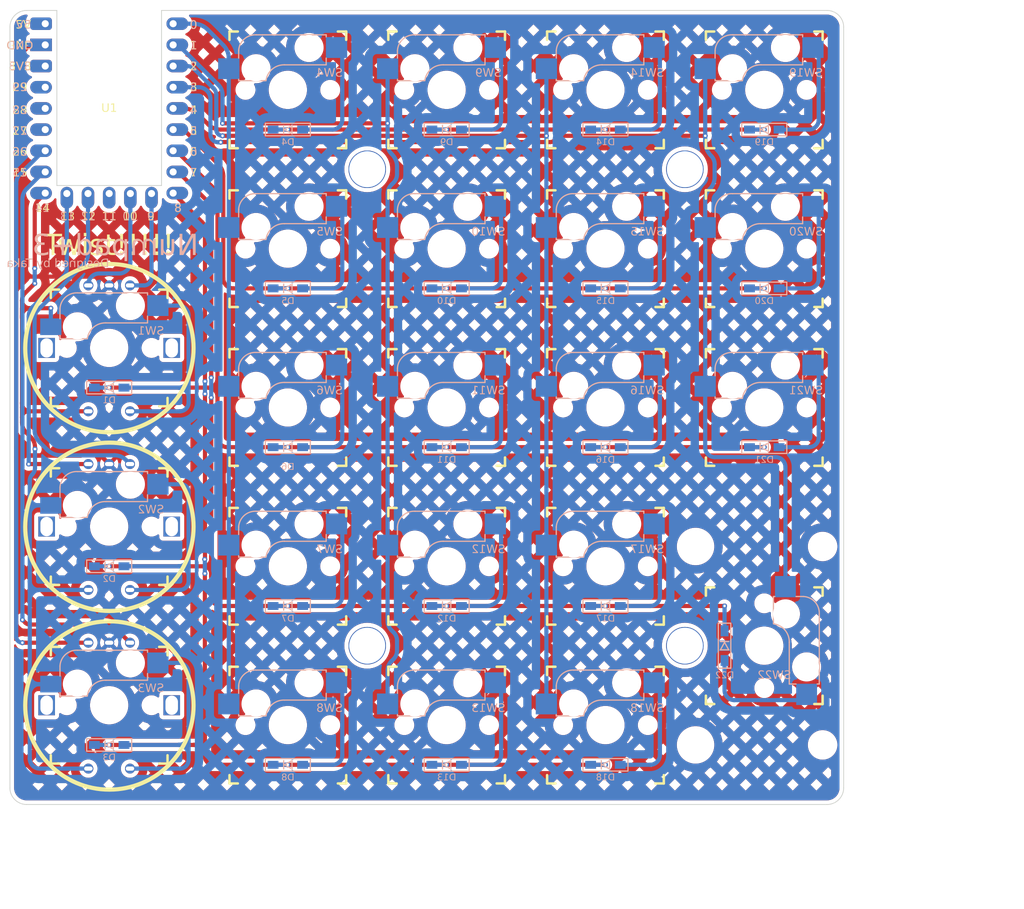
<source format=kicad_pcb>
(kicad_pcb (version 20240108) (generator "pcbnew") (generator_version "8.0")
  (layers (0 "F.Cu" signal) (31 "B.Cu" signal) (34 "B.Paste" user) (35 "F.Paste" user) (36 "B.SilkS" user "B.Silkscreen") (37 "F.SilkS" user "F.Silkscreen") (38 "B.Mask" user) (39 "F.Mask" user) (44 "Edge.Cuts" user))
  (net 0 "")
  (net 1 "Net-(D1-A)")
  (net 2 "Row2")
  (net 3 "Net-(D2-A)")
  (net 4 "Row3")
  (net 5 "Row4")
  (net 6 "Net-(D3-A)")
  (net 7 "Row0")
  (net 8 "Net-(D4-A)")
  (net 9 "Net-(D5-A)")
  (net 10 "Row1")
  (net 11 "Net-(D6-A)")
  (net 12 "Net-(D7-A)")
  (net 13 "Net-(D8-A)")
  (net 14 "Net-(D9-A)")
  (net 15 "Net-(D10-A)")
  (net 16 "Net-(D11-A)")
  (net 17 "Net-(D12-A)")
  (net 18 "Net-(D13-A)")
  (net 19 "Net-(D14-A)")
  (net 20 "Net-(D15-A)")
  (net 21 "Net-(D16-A)")
  (net 22 "Net-(D17-A)")
  (net 23 "Net-(D18-A)")
  (net 24 "Net-(D19-A)")
  (net 25 "Net-(D20-A)")
  (net 26 "Net-(D21-A)")
  (net 27 "Net-(D22-A)")
  (net 28 "GND")
  (net 29 "+5V")
  (net 30 "+3V3")
  (net 31 "Col0")
  (net 32 "RE1A")
  (net 33 "RE1B")
  (net 34 "RE2B")
  (net 35 "RE2A")
  (net 36 "RE3B")
  (net 37 "RE3A")
  (net 38 "Col1")
  (net 39 "Col2")
  (net 40 "Col3")
  (net 41 "Col4")
  (footprint "kbd_Parts:Diode_SMD" (layer "F.Cu") (at 104.775 152.4)
    (property "Reference" "D13")
    (property "Value" "D" (hide yes))
  )
  (footprint "taka_lib:MX1U_Hotswap" (layer "F.Cu") (at 85.725 90.4875)
    (property "Reference" "SW5")
    (property "Value" "SW_Push")
  )
  (footprint "kbd_Hole:m2_Spacer_Hole" (layer "F.Cu") (at 95.25 80.9625)
    (property "Reference" "Ref**")
    (property "Value" "Val**")
  )
  (footprint "kbd_Parts:Diode_SMD" (layer "F.Cu") (at 104.775 114.3)
    (property "Reference" "D11")
    (property "Value" "D" (hide yes))
  )
  (footprint "taka_lib:MX1U_Hotswap" (layer "F.Cu") (at 85.725 71.4375)
    (property "Reference" "SW4")
    (property "Value" "SW_Push")
  )
  (footprint "taka_lib:MX1U_Hotswap" (layer "F.Cu") (at 85.725 109.5375)
    (property "Reference" "SW6")
    (property "Value" "SW_Push")
  )
  (footprint "taka_lib:MX1U_Hotswap" (layer "F.Cu") (at 104.775 147.6375)
    (property "Reference" "SW13")
    (property "Value" "SW_Push")
  )
  (footprint "taka_lib:MX1U_Hotswap" (layer "F.Cu") (at 104.775 71.4375)
    (property "Reference" "SW9")
    (property "Value" "SW_Push")
  )
  (footprint "kbd_Parts:Diode_SMD" (layer "F.Cu") (at 85.725 133.35)
    (property "Reference" "D7")
    (property "Value" "D" (hide yes))
  )
  (footprint "kbd_Parts:Diode_SMD" (layer "F.Cu") (at 64.29375 128.5875)
    (property "Reference" "D2")
    (property "Value" "D" (hide yes))
  )
  (footprint "kbd_Parts:Diode_SMD" (layer "F.Cu") (at 123.825 133.35)
    (property "Reference" "D17")
    (property "Value" "D" (hide yes))
  )
  (footprint "kbd_Parts:Diode_SMD" (layer "F.Cu") (at 64.29375 150.01875)
    (property "Reference" "D3")
    (property "Value" "D" (hide yes))
  )
  (footprint "taka_lib:MX1U_Hotswap+RE" (layer "F.Cu") (at 64.29375 123.825)
    (property "Reference" "SW2")
    (property "Value" "RotaryEncoder_Switch")
  )
  (footprint "kbd_Parts:Diode_SMD" (layer "F.Cu") (at 142.875 114.3)
    (property "Reference" "D21")
    (property "Value" "D" (hide yes))
  )
  (footprint "kbd_Parts:Diode_SMD" (layer "F.Cu") (at 142.875 76.2)
    (property "Reference" "D19")
    (property "Value" "D" (hide yes))
  )
  (footprint "kbd_Parts:Diode_SMD" (layer "F.Cu") (at 123.825 114.3)
    (property "Reference" "D16")
    (property "Value" "D" (hide yes))
  )
  (footprint "kbd_Parts:Diode_SMD" (layer "F.Cu") (at 104.775 133.35)
    (property "Reference" "D12")
    (property "Value" "D" (hide yes))
  )
  (footprint "taka_lib:MX1U_Hotswap" (layer "F.Cu") (at 85.725 147.6375)
    (property "Reference" "SW8")
    (property "Value" "SW_Push")
  )
  (footprint "taka_lib:MX1U_Hotswap+RE" (layer "F.Cu") (at 64.29375 102.39375)
    (property "Reference" "SW1")
    (property "Value" "RotaryEncoder_Switch")
  )
  (footprint "kbd_Parts:Diode_SMD" (layer "F.Cu") (at 123.825 95.25008)
    (property "Reference" "D15")
    (property "Value" "D" (hide yes))
  )
  (footprint "taka_lib:MX1U_Hotswap" (layer "F.Cu") (at 123.825 128.5875)
    (property "Reference" "SW17")
    (property "Value" "SW_Push")
  )
  (footprint "kbd_Parts:Diode_SMD" (layer "F.Cu") (at 104.775 95.25008)
    (property "Reference" "D10")
    (property "Value" "D" (hide yes))
  )
  (footprint "kbd_Parts:Diode_SMD" (layer "F.Cu") (at 64.29375 107.15625)
    (property "Reference" "D1")
    (property "Value" "D" (hide yes))
  )
  (footprint "kbd_Parts:Diode_SMD" (layer "F.Cu") (at 85.725072 76.200064)
    (property "Reference" "D4")
    (property "Value" "D" (hide yes))
  )
  (footprint "taka_lib:MX1U_Hotswap" (layer "F.Cu") (at 123.825 90.4875)
    (property "Reference" "SW15")
    (property "Value" "SW_Push")
  )
  (footprint "kbd_Parts:Diode_SMD" (layer "F.Cu") (at 85.725 95.25)
    (property "Reference" "D5")
    (property "Value" "D" (hide yes))
  )
  (footprint "taka_lib:MX2U_Hotswap" (layer "F.Cu") (at 142.875 138.1125 -90)
    (property "Reference" "SW22")
    (property "Value" "SW_Push" (hide yes))
  )
  (footprint "taka_lib:MX1U_Hotswap" (layer "F.Cu") (at 142.875 90.4875)
    (property "Reference" "SW20")
    (property "Value" "SW_Push")
  )
  (footprint "kbd_Hole:m2_Spacer_Hole" (layer "F.Cu") (at 133.35 138.1125)
    (property "Reference" "Ref**")
    (property "Value" "Val**")
  )
  (footprint "taka_lib:MX1U_Hotswap" (layer "F.Cu") (at 142.875 109.5375)
    (property "Reference" "SW21")
    (property "Value" "SW_Push")
  )
  (footprint "taka_lib:MX1U_Hotswap+RE" (layer "F.Cu") (at 64.29375 145.25625)
    (property "Reference" "SW3")
    (property "Value" "RotaryEncoder_Switch")
  )
  (footprint "kbd_Parts:Diode_SMD" (layer "F.Cu") (at 138.1125 138.1125 -90)
    (property "Reference" "D22")
    (property "Value" "D" (hide yes))
  )
  (footprint "kbd_Hole:m2_Spacer_Hole" (layer "F.Cu") (at 95.25 138.1125)
    (property "Reference" "Ref**")
    (property "Value" "Val**")
  )
  (footprint "kbd_Parts:Diode_SMD" (layer "F.Cu") (at 123.825 152.4)
    (property "Reference" "D18")
    (property "Value" "D" (hide yes))
  )
  (footprint "kbd_Parts:Diode_SMD" (layer "F.Cu") (at 85.725 152.4)
    (property "Reference" "D8")
    (property "Value" "D" (hide yes))
  )
  (footprint "taka_lib:MX1U_Hotswap" (layer "F.Cu") (at 104.775 90.4875)
    (property "Reference" "SW10")
    (property "Value" "SW_Push")
  )
  (footprint "taka_lib:MX1U_Hotswap" (layer "F.Cu") (at 104.775 128.5875)
    (property "Reference" "SW12")
    (property "Value" "SW_Push")
  )
  (footprint "kbd_Parts:Diode_SMD" (layer "F.Cu") (at 142.875 95.25)
    (property "Reference" "D20")
    (property "Value" "D" (hide yes))
  )
  (footprint "taka_lib:MX1U_Hotswap" (layer "F.Cu") (at 104.775 109.5375)
    (property "Reference" "SW11")
    (property "Value" "SW_Push")
  )
  (footprint "taka_lib:MX1U_Hotswap" (layer "F.Cu") (at 142.875 71.4375)
    (property "Reference" "SW19")
    (property "Value" "SW_Push")
  )
  (footprint "kbd_Parts:Diode_SMD" (layer "F.Cu") (at 123.825 76.2)
    (property "Reference" "D14")
    (property "Value" "D" (hide yes))
  )
  (footprint "kbd_Hole:m2_Spacer_Hole" (layer "F.Cu") (at 133.35 80.9625)
    (property "Reference" "Ref**")
    (property "Value" "Val**")
  )
  (footprint "taka_lib:MX1U_Hotswap" (layer "F.Cu") (at 85.725 128.5875)
    (property "Reference" "SW7")
    (property "Value" "SW_Push")
  )
  (footprint "kbd_Parts:Diode_SMD" (layer "F.Cu") (at 104.775 76.2)
    (property "Reference" "D9")
    (property "Value" "D" (hide yes))
  )
  (footprint "taka_lib:MX1U_Hotswap" (layer "F.Cu") (at 123.825 109.5375)
    (property "Reference" "SW16")
    (property "Value" "SW_Push")
  )
  (footprint "kbd_Parts:Diode_SMD" (layer "F.Cu") (at 85.725 114.3)
    (property "Reference" "D6")
    (property "Value" "D" (hide yes))
  )
  (footprint "taka_lib:MX1U_Hotswap" (layer "F.Cu") (at 123.825 147.6375)
    (property "Reference" "SW18")
    (property "Value" "SW_Push")
  )
  (footprint "taka_lib:RP2040 Zero_fix" (layer "F.Cu") (at 64.29375 73.6625)
    (property "Reference" "U1")
    (property "Value" "RP2040-Zero")
    (fp_line (start -6.2792 -11.75) (end -6.2792 9.25) (stroke (width 0.1)) (layer "Edge.Cuts"))
    (fp_line (start -6.2792 9.25) (end 6.2808 9.25) (stroke (width 0.1)) (layer "Edge.Cuts"))
    (fp_line (start 6.2808 9.25) (end 6.2808 -11.75) (stroke (width 0.1)) (layer "Edge.Cuts"))
  )
  (footprint "taka_lib:MX1U_Hotswap" (layer "F.Cu") (at 123.825 71.4375)
    (property "Reference" "SW14")
    (property "Value" "SW_Push")
  )
  (gr_line (start 117.825 135.5875) (end 116.825 135.5875) (stroke (width 0.3)) (layer "F.SilkS"))
  (gr_line (start 57.29375 96.39375) (end 57.29375 95.39375) (stroke (width 0.3)) (layer "F.SilkS"))
  (gr_line (start 97.775 134.5875) (end 97.775 135.5875) (stroke (width 0.3)) (layer "F.SilkS"))
  (gr_line (start 130.825 65.4375) (end 130.825 64.4375) (stroke (width 0.3)) (layer "F.SilkS"))
  (gr_line (start 148.875 131.1125) (end 149.875 131.1125) (stroke (width 0.3)) (layer "F.SilkS"))
  (gr_line (start 110.775 78.4375) (end 111.775 78.4375) (stroke (width 0.3)) (layer "F.SilkS"))
  (gr_line (start 116.825 77.4375) (end 116.825 78.4375) (stroke (width 0.3)) (layer "F.SilkS"))
  (gr_line (start 130.825 141.6375) (end 130.825 140.6375) (stroke (width 0.3)) (layer "F.SilkS"))
  (gr_line (start 149.875 84.4875) (end 149.875 83.4875) (stroke (width 0.3)) (layer "F.SilkS"))
  (gr_line (start 78.725 96.4875) (end 78.725 97.4875) (stroke (width 0.3)) (layer "F.SilkS"))
  (gr_line (start 91.725 121.5875) (end 92.725 121.5875) (stroke (width 0.3)) (layer "F.SilkS"))
  (gr_line (start 58.29375 138.25625) (end 57.29375 138.25625) (stroke (width 0.3)) (layer "F.SilkS"))
  (gr_line (start 117.825 116.5375) (end 116.825 116.5375) (stroke (width 0.3)) (layer "F.SilkS"))
  (gr_line (start 92.725 115.5375) (end 92.725 116.5375) (stroke (width 0.3)) (layer "F.SilkS"))
  (gr_line (start 57.29375 129.825) (end 57.29375 130.825) (stroke (width 0.3)) (layer "F.SilkS"))
  (gr_line (start 130.825 115.5375) (end 130.825 116.5375) (stroke (width 0.3)) (layer "F.SilkS"))
  (gr_line (start 116.825 96.4875) (end 116.825 97.4875) (stroke (width 0.3)) (layer "F.SilkS"))
  (gr_line (start 129.825 140.6375) (end 130.825 140.6375) (stroke (width 0.3)) (layer "F.SilkS"))
  (gr_line (start 97.775 77.4375) (end 97.775 78.4375) (stroke (width 0.3)) (layer "F.SilkS"))
  (gr_line (start 91.725 97.4875) (end 92.725 97.4875) (stroke (width 0.3)) (layer "F.SilkS"))
  (gr_line (start 91.725 78.4375) (end 92.725 78.4375) (stroke (width 0.3)) (layer "F.SilkS"))
  (gr_line (start 110.775 135.5875) (end 111.775 135.5875) (stroke (width 0.3)) (layer "F.SilkS"))
  (gr_line (start 92.725 84.4875) (end 92.725 83.4875) (stroke (width 0.3)) (layer "F.SilkS"))
  (gr_line (start 111.775 122.5875) (end 111.775 121.5875) (stroke (width 0.3)) (layer "F.SilkS"))
  (gr_line (start 136.875 97.4875) (end 135.875 97.4875) (stroke (width 0.3)) (layer "F.SilkS"))
  (gr_line (start 79.725 64.4375) (end 78.725 64.4375) (stroke (width 0.3)) (layer "F.SilkS"))
  (gr_line (start 116.825 134.5875) (end 116.825 135.5875) (stroke (width 0.3)) (layer "F.SilkS"))
  (gr_line (start 136.875 64.4375) (end 135.875 64.4375) (stroke (width 0.3)) (layer "F.SilkS"))
  (gr_line (start 136.875 145.1125) (end 135.875 145.1125) (stroke (width 0.3)) (layer "F.SilkS"))
  (gr_line (start 148.875 83.4875) (end 149.875 83.4875) (stroke (width 0.3)) (layer "F.SilkS"))
  (gr_line (start 148.875 102.5375) (end 149.875 102.5375) (stroke (width 0.3)) (layer "F.SilkS"))
  (gr_line (start 130.825 77.4375) (end 130.825 78.4375) (stroke (width 0.3)) (layer "F.SilkS"))
  (gr_line (start 116.825 65.4375) (end 116.825 64.4375) (stroke (width 0.3)) (layer "F.SilkS"))
  (gr_line (start 78.725 103.5375) (end 78.725 102.5375) (stroke (width 0.3)) (layer "F.SilkS"))
  (gr_line (start 79.725 116.5375) (end 78.725 116.5375) (stroke (width 0.3)) (layer "F.SilkS"))
  (gr_line (start 136.875 83.4875) (end 135.875 83.4875) (stroke (width 0.3)) (layer "F.SilkS"))
  (gr_line (start 97.775 122.5875) (end 97.775 121.5875) (stroke (width 0.3)) (layer "F.SilkS"))
  (gr_line (start 78.725 65.4375) (end 78.725 64.4375) (stroke (width 0.3)) (layer "F.SilkS"))
  (gr_line (start 57.29375 117.825) (end 57.29375 116.825) (stroke (width 0.3)) (layer "F.SilkS"))
  (gr_line (start 117.825 154.6375) (end 116.825 154.6375) (stroke (width 0.3)) (layer "F.SilkS"))
  (gr_line (start 110.775 102.5375) (end 111.775 102.5375) (stroke (width 0.3)) (layer "F.SilkS"))
  (gr_line (start 79.725 78.4375) (end 78.725 78.4375) (stroke (width 0.3)) (layer "F.SilkS"))
  (gr_line (start 130.825 134.5875) (end 130.825 135.5875) (stroke (width 0.3)) (layer "F.SilkS"))
  (gr_line (start 110.775 83.4875) (end 111.775 83.4875) (stroke (width 0.3)) (layer "F.SilkS"))
  (gr_line (start 98.775 154.6375) (end 97.775 154.6375) (stroke (width 0.3)) (layer "F.SilkS"))
  (gr_line (start 57.29375 151.25625) (end 57.29375 152.25625) (stroke (width 0.3)) (layer "F.SilkS"))
  (gr_line (start 149.875 132.1125) (end 149.875 131.1125) (stroke (width 0.3)) (layer "F.SilkS"))
  (gr_line (start 116.825 141.6375) (end 116.825 140.6375) (stroke (width 0.3)) (layer "F.SilkS"))
  (gr_line (start 117.825 121.5875) (end 116.825 121.5875) (stroke (width 0.3)) (layer "F.SilkS"))
  (gr_circle (center 64.31875 102.41875) (end 74.414156 102.41875) (stroke (width 0.5)) (fill none) (layer "F.SilkS"))
  (gr_line (start 92.725 134.5875) (end 92.725 135.5875) (stroke (width 0.3)) (layer "F.SilkS"))
  (gr_line (start 71.29375 139.25625) (end 71.29375 138.25625) (stroke (width 0.3)) (layer "F.SilkS"))
  (gr_line (start 117.825 102.5375) (end 116.825 102.5375) (stroke (width 0.3)) (layer "F.SilkS"))
  (gr_line (start 148.875 78.4375) (end 149.875 78.4375) (stroke (width 0.3)) (layer "F.SilkS"))
  (gr_line (start 110.775 116.5375) (end 111.775 116.5375) (stroke (width 0.3)) (layer "F.SilkS"))
  (gr_line (start 98.775 64.4375) (end 97.775 64.4375) (stroke (width 0.3)) (layer "F.SilkS"))
  (gr_line (start 129.825 97.4875) (end 130.825 97.4875) (stroke (width 0.3)) (layer "F.SilkS"))
  (gr_line (start 129.825 121.5875) (end 130.825 121.5875) (stroke (width 0.3)) (layer "F.SilkS"))
  (gr_line (start 129.825 64.4375) (end 130.825 64.4375) (stroke (width 0.3)) (layer "F.SilkS"))
  (gr_line (start 78.725 115.5375) (end 78.725 116.5375) (stroke (width 0.3)) (layer "F.SilkS"))
  (gr_line (start 78.725 122.5875) (end 78.725 121.5875) (stroke (width 0.3)) (layer "F.SilkS"))
  (gr_line (start 129.825 135.5875) (end 130.825 135.5875) (stroke (width 0.3)) (layer "F.SilkS"))
  (gr_line (start 71.29375 117.825) (end 71.29375 116.825) (stroke (width 0.3)) (layer "F.SilkS"))
  (gr_line (start 130.825 103.5375) (end 130.825 102.5375) (stroke (width 0.3)) (layer "F.SilkS"))
  (gr_line (start 129.825 78.4375) (end 130.825 78.4375) (stroke (width 0.3)) (layer "F.SilkS"))
  (gr_line (start 78.725 153.6375) (end 78.725 154.6375) (stroke (width 0.3)) (layer "F.SilkS"))
  (gr_line (start 148.875 64.4375) (end 149.875 64.4375) (stroke (width 0.3)) (layer "F.SilkS"))
  (gr_line (start 71.29375 129.825) (end 71.29375 130.825) (stroke (width 0.3)) (layer "F.SilkS"))
  (gr_line (start 111.775 141.6375) (end 111.775 140.6375) (stroke (width 0.3)) (layer "F.SilkS"))
  (gr_line (start 92.725 96.4875) (end 92.725 97.4875) (stroke (width 0.3)) (layer "F.SilkS"))
  (gr_line (start 78.725 84.4875) (end 78.725 83.4875) (stroke (width 0.3)) (layer "F.SilkS"))
  (gr_line (start 78.725 141.6375) (end 78.725 140.6375) (stroke (width 0.3)) (layer "F.SilkS"))
  (gr_line (start 91.725 135.5875) (end 92.725 135.5875) (stroke (width 0.3)) (layer "F.SilkS"))
  (gr_line (start 70.29375 138.25625) (end 71.29375 138.25625) (stroke (width 0.3)) (layer "F.SilkS"))
  (gr_line (start 111.775 134.5875) (end 111.775 135.5875) (stroke (width 0.3)) (layer "F.SilkS"))
  (gr_line (start 79.725 135.5875) (end 78.725 135.5875) (stroke (width 0.3)) (layer "F.SilkS"))
  (gr_line (start 98.775 97.4875) (end 97.775 97.4875) (stroke (width 0.3)) (layer "F.SilkS"))
  (gr_line (start 58.29375 109.39375) (end 57.29375 109.39375) (stroke (width 0.3)) (layer "F.SilkS"))
  (gr_line (start 110.775 97.4875) (end 111.775 97.4875) (stroke (width 0.3)) (layer "F.SilkS"))
  (gr_line (start 91.725 102.5375) (end 92.725 102.5375) (stroke (width 0.3)) (layer "F.SilkS"))
  (gr_line (start 136.875 131.1125) (end 135.875 131.1125) (stroke (width 0.3)) (layer "F.SilkS"))
  (gr_line (start 91.725 83.4875) (end 92.725 83.4875) (stroke (width 0.3)) (layer "F.SilkS"))
  (gr_line (start 149.875 77.4375) (end 149.875 78.4375) (stroke (width 0.3)) (layer "F.SilkS"))
  (gr_line (start 130.825 84.4875) (end 130.825 83.4875) (stroke (width 0.3)) (layer "F.SilkS"))
  (gr_line (start 98.775 78.4375) (end 97.775 78.4375) (stroke (width 0.3)) (layer "F.SilkS"))
  (gr_line (start 130.825 153.6375) (end 130.825 154.6375) (stroke (width 0.3)) (layer "F.SilkS"))
  (gr_line (start 70.29375 109.39375) (end 71.29375 109.39375) (stroke (width 0.3)) (layer "F.SilkS"))
  (gr_line (start 135.875 96.4875) (end 135.875 97.4875) (stroke (width 0.3)) (layer "F.SilkS"))
  (gr_line (start 91.725 154.6375) (end 92.725 154.6375) (stroke (width 0.3)) (layer "F.SilkS"))
  (gr_line (start 116.825 84.4875) (end 116.825 83.4875) (stroke (width 0.3)) (layer "F.SilkS"))
  (gr_line (start 70.29375 130.825) (end 71.29375 130.825) (stroke (width 0.3)) (layer "F.SilkS"))
  (gr_line (start 98.775 135.5875) (end 97.775 135.5875) (stroke (width 0.3)) (layer "F.SilkS"))
  (gr_line (start 110.775 140.6375) (end 111.775 140.6375) (stroke (width 0.3)) (layer "F.SilkS"))
  (gr_line (start 135.875 65.4375) (end 135.875 64.4375) (stroke (width 0.3)) (layer "F.SilkS"))
  (gr_line (start 91.725 64.4375) (end 92.725 64.4375) (stroke (width 0.3)) (layer "F.SilkS"))
  (gr_line (start 148.875 116.5375) (end 149.875 116.5375) (stroke (width 0.3)) (layer "F.SilkS"))
  (gr_line (start 135.875 115.5375) (end 135.875 116.5375) (stroke (width 0.3)) (layer "F.SilkS"))
  (gr_line (start 92.725 141.6375) (end 92.725 140.6375) (stroke (width 0.3)) (layer "F.SilkS"))
  (gr_line (start 98.775 83.4875) (end 97.775 83.4875) (stroke (width 0.3)) (layer "F.SilkS"))
  (gr_line (start 92.725 65.4375) (end 92.725 64.4375) (stroke (width 0.3)) (layer "F.SilkS"))
  (gr_line (start 97.775 96.4875) (end 97.775 97.4875) (stroke (width 0.3)) (layer "F.SilkS"))
  (gr_line (start 116.825 153.6375) (end 116.825 154.6375) (stroke (width 0.3)) (layer "F.SilkS"))
  (gr_line (start 149.875 65.4375) (end 149.875 64.4375) (stroke (width 0.3)) (layer "F.SilkS"))
  (gr_line (start 91.725 140.6375) (end 92.725 140.6375) (stroke (width 0.3)) (layer "F.SilkS"))
  (gr_line (start 117.825 140.6375) (end 116.825 140.6375) (stroke (width 0.3)) (layer "F.SilkS"))
  (gr_line (start 148.875 97.4875) (end 149.875 97.4875) (stroke (width 0.3)) (layer "F.SilkS"))
  (gr_line (start 58.29375 152.25625) (end 57.29375 152.25625) (stroke (width 0.3)) (layer "F.SilkS"))
  (gr_line (start 116.825 103.5375) (end 116.825 102.5375) (stroke (width 0.3)) (layer "F.SilkS"))
  (gr_line (start 148.875 145.1125) (end 149.875 145.1125) (stroke (width 0.3)) (layer "F.SilkS"))
  (gr_line (start 111.775 115.5375) (end 111.775 116.5375) (stroke (width 0.3)) (layer "F.SilkS"))
  (gr_line (start 78.725 134.5875) (end 78.725 135.5875) (stroke (width 0.3)) (layer "F.SilkS"))
  (gr_line (start 57.29375 139.25625) (end 57.29375 138.25625) (stroke (width 0.3)) (layer "F.SilkS"))
  (gr_line (start 111.775 103.5375) (end 111.775 102.5375) (stroke (width 0.3)) (layer "F.SilkS"))
  (gr_line (start 149.875 115.5375) (end 149.875 116.5375) (stroke (width 0.3)) (layer "F.SilkS"))
  (gr_line (start 71.29375 96.39375) (end 71.29375 95.39375) (stroke (width 0.3)) (layer "F.SilkS"))
  (gr_line (start 79.725 102.5375) (end 78.725 102.5375) (stroke (width 0.3)) (layer "F.SilkS"))
  (gr_line (start 97.775 103.5375) (end 97.775 102.5375) (stroke (width 0.3)) (layer "F.SilkS"))
  (gr_line (start 97.775 153.6375) (end 97.775 154.6375) (stroke (width 0.3)) (layer "F.SilkS"))
  (gr_line (start 117.825 64.4375) (end 116.825 64.4375) (stroke (width 0.3)) (layer "F.SilkS"))
  (gr_line (start 92.725 153.6375) (end 92.725 154.6375) (stroke (width 0.3)) (layer "F.SilkS"))
  (gr_circle (center 64.31875 145.28125) (end 74.414156 145.28125) (stroke (width 0.5)) (fill none) (layer "F.SilkS"))
  (gr_line (start 135.875 103.5375) (end 135.875 102.5375) (stroke (width 0.3)) (layer "F.SilkS"))
  (gr_line (start 116.825 122.5875) (end 116.825 121.5875) (stroke (width 0.3)) (layer "F.SilkS"))
  (gr_line (start 98.775 116.5375) (end 97.775 116.5375) (stroke (width 0.3)) (layer "F.SilkS"))
  (gr_line (start 130.825 96.4875) (end 130.825 97.4875) (stroke (width 0.3)) (layer "F.SilkS"))
  (gr_line (start 92.725 77.4375) (end 92.725 78.4375) (stroke (width 0.3)) (layer "F.SilkS"))
  (gr_line (start 97.775 65.4375) (end 97.775 64.4375) (stroke (width 0.3)) (layer "F.SilkS"))
  (gr_line (start 71.29375 151.25625) (end 71.29375 152.25625) (stroke (width 0.3)) (layer "F.SilkS"))
  (gr_line (start 117.825 78.4375) (end 116.825 78.4375) (stroke (width 0.3)) (layer "F.SilkS"))
  (gr_line (start 135.875 84.4875) (end 135.875 83.4875) (stroke (width 0.3)) (layer "F.SilkS"))
  (gr_line (start 110.775 154.6375) (end 111.775 154.6375) (stroke (width 0.3)) (layer "F.SilkS"))
  (gr_line (start 135.875 132.1125) (end 135.875 131.1125) (stroke (width 0.3)) (layer "F.SilkS"))
  (gr_line (start 117.825 97.4875) (end 116.825 97.4875) (stroke (width 0.3)) (layer "F.SilkS"))
  (gr_line (start 149.875 96.4875) (end 149.875 97.4875) (stroke (width 0.3)) (layer "F.SilkS"))
  (gr_line (start 79.725 121.5875) (end 78.725 121.5875) (stroke (width 0.3)) (layer "F.SilkS"))
  (gr_line (start 135.875 144.1125) (end 135.875 145.1125) (stroke (width 0.3)) (layer "F.SilkS"))
  (gr_line (start 111.775 84.4875) (end 111.775 83.4875) (stroke (width 0.3)) (layer "F.SilkS"))
  (gr_line (start 111.775 65.4375) (end 111.775 64.4375) (stroke (width 0.3)) (layer "F.SilkS"))
  (gr_line (start 130.825 122.5875) (end 130.825 121.5875) (stroke (width 0.3)) (layer "F.SilkS"))
  (gr_line (start 110.775 64.4375) (end 111.775 64.4375) (stroke (width 0.3)) (layer "F.SilkS"))
  (gr_line (start 79.725 140.6375) (end 78.725 140.6375) (stroke (width 0.3)) (layer "F.SilkS"))
  (gr_line (start 78.725 77.4375) (end 78.725 78.4375) (stroke (width 0.3)) (layer "F.SilkS"))
  (gr_line (start 57.29375 108.39375) (end 57.29375 109.39375) (stroke (width 0.3)) (layer "F.SilkS"))
  (gr_line (start 98.775 102.5375) (end 97.775 102.5375) (stroke (width 0.3)) (layer "F.SilkS"))
  (gr_line (start 135.875 77.4375) (end 135.875 78.4375) (stroke (width 0.3)) (layer "F.SilkS"))
  (gr_line (start 70.29375 152.25625) (end 71.29375 152.25625) (stroke (width 0.3)) (layer "F.SilkS"))
  (gr_line (start 79.725 97.4875) (end 78.725 97.4875) (stroke (width 0.3)) (layer "F.SilkS"))
  (gr_line (start 58.29375 130.825) (end 57.29375 130.825) (stroke (width 0.3)) (layer "F.SilkS"))
  (gr_line (start 97.775 115.5375) (end 97.775 116.5375) (stroke (width 0.3)) (layer "F.SilkS"))
  (gr_line (start 92.725 122.5875) (end 92.725 121.5875) (stroke (width 0.3)) (layer "F.SilkS"))
  (gr_line (start 136.875 78.4375) (end 135.875 78.4375) (stroke (width 0.3)) (layer "F.SilkS"))
  (gr_line (start 129.825 116.5375) (end 130.825 116.5375) (stroke (width 0.3)) (layer "F.SilkS"))
  (gr_line (start 111.775 77.4375) (end 111.775 78.4375) (stroke (width 0.3)) (layer "F.SilkS"))
  (gr_line (start 110.775 121.5875) (end 111.775 121.5875) (stroke (width 0.3)) (layer "F.SilkS"))
  (gr_line (start 71.29375 108.39375) (end 71.29375 109.39375) (stroke (width 0.3)) (layer "F.SilkS"))
  (gr_line (start 116.825 115.5375) (end 116.825 116.5375) (stroke (width 0.3)) (layer "F.SilkS"))
  (gr_line (start 70.29375 95.39375) (end 71.29375 95.39375) (stroke (width 0.3)) (layer "F.SilkS"))
  (gr_line (start 149.875 144.1125) (end 149.875 145.1125) (stroke (width 0.3)) (layer "F.SilkS"))
  (gr_line (start 79.725 83.4875) (end 78.725 83.4875) (stroke (width 0.3)) (layer "F.SilkS"))
  (gr_line (start 97.775 84.4875) (end 97.775 83.4875) (stroke (width 0.3)) (layer "F.SilkS"))
  (gr_line (start 91.725 116.5375) (end 92.725 116.5375) (stroke (width 0.3)) (layer "F.SilkS"))
  (gr_line (start 58.29375 116.825) (end 57.29375 116.825) (stroke (width 0.3)) (layer "F.SilkS"))
  (gr_line (start 79.725 154.6375) (end 78.725 154.6375) (stroke (width 0.3)) (layer "F.SilkS"))
  (gr_line (start 58.29375 95.39375) (end 57.29375 95.39375) (stroke (width 0.3)) (layer "F.SilkS"))
  (gr_line (start 70.29375 116.825) (end 71.29375 116.825) (stroke (width 0.3)) (layer "F.SilkS"))
  (gr_line (start 98.775 121.5875) (end 97.775 121.5875) (stroke (width 0.3)) (layer "F.SilkS"))
  (gr_line (start 136.875 102.5375) (end 135.875 102.5375) (stroke (width 0.3)) (layer "F.SilkS"))
  (gr_line (start 97.775 141.6375) (end 97.775 140.6375) (stroke (width 0.3)) (layer "F.SilkS"))
  (gr_line (start 98.775 140.6375) (end 97.775 140.6375) (stroke (width 0.3)) (layer "F.SilkS"))
  (gr_line (start 136.875 116.5375) (end 135.875 116.5375) (stroke (width 0.3)) (layer "F.SilkS"))
  (gr_line (start 129.825 83.4875) (end 130.825 83.4875) (stroke (width 0.3)) (layer "F.SilkS"))
  (gr_line (start 111.775 96.4875) (end 111.775 97.4875) (stroke (width 0.3)) (layer "F.SilkS"))
  (gr_line (start 111.775 153.6375) (end 111.775 154.6375) (stroke (width 0.3)) (layer "F.SilkS"))
  (gr_line (start 92.725 103.5375) (end 92.725 102.5375) (stroke (width 0.3)) (layer "F.SilkS"))
  (gr_circle (center 64.31875 123.85) (end 74.414156 123.85) (stroke (width 0.5)) (fill none) (layer "F.SilkS"))
  (gr_line (start 129.825 102.5375) (end 130.825 102.5375) (stroke (width 0.3)) (layer "F.SilkS"))
  (gr_line (start 117.825 83.4875) (end 116.825 83.4875) (stroke (width 0.3)) (layer "F.SilkS"))
  (gr_line (start 149.875 103.5375) (end 149.875 102.5375) (stroke (width 0.3)) (layer "F.SilkS"))
  (gr_line (start 129.825 154.6375) (end 130.825 154.6375) (stroke (width 0.3)) (layer "F.SilkS"))
  (gr_arc (start 152.4 155.1625) (mid 151.814214 156.576714) (end 150.4 157.1625) (stroke (width 0.1)) (layer "Edge.Cuts"))
  (gr_arc (start 54.3875 157.1625) (mid 52.973286 156.576714) (end 52.3875 155.1625) (stroke (width 0.1)) (layer "Edge.Cuts"))
  (gr_line (start 58.01455 61.9125) (end 54.3875 61.9125) (stroke (width 0.1)) (layer "Edge.Cuts"))
  (gr_line (start 70.57455 61.9125) (end 150.4 61.9125) (stroke (width 0.1)) (layer "Edge.Cuts"))
  (gr_line (start 54.3875 157.1625) (end 150.4 157.1625) (stroke (width 0.1)) (layer "Edge.Cuts"))
  (gr_line (start 152.4 155.1625) (end 152.4 63.9125) (stroke (width 0.1)) (layer "Edge.Cuts"))
  (gr_line (start 52.3875 63.9125) (end 52.3875 155.1625) (stroke (width 0.1)) (layer "Edge.Cuts"))
  (gr_arc (start 150.4 61.9125) (mid 151.814214 62.498286) (end 152.4 63.9125) (stroke (width 0.1)) (layer "Edge.Cuts"))
  (gr_arc (start 52.3875 63.9125) (mid 52.973286 62.498286) (end 54.3875 61.9125) (stroke (width 0.1)) (layer "Edge.Cuts"))
  (gr_text "Designed by Taka" (at 64.29375 92.86875 0) (layer "B.SilkS") (effects (font (size 1 1) (thickness 0.1)) (justify left bottom mirror)))
  (gr_text "Numpad+3" (at 75.009375 91.678125 0) (layer "B.SilkS") (effects (font (size 2.5 2.5) (thickness 0.1)) (justify left bottom mirror)))
  (gr_text "Twist!!!!!" (at 64.29375 91.678125 0) (layer "F.SilkS") (effects (font (size 2.5 2.5) (thickness 0.1)) (justify bottom)))
  (segment (start 72.628186 107.15634) (end 73.818812 107.15634) (width 0.5) (layer "B.Cu") (net 1))
  (segment (start 73.818812 108.346966) (end 73.818812 107.15634) (width 0.5) (layer "B.Cu") (net 1))
  (segment (start 73.818812 105.965714) (end 73.818812 98.504376) (width 0.5) (layer "B.Cu") (net 1))
  (segment (start 73.818812 107.15634) (end 73.818812 105.965714) (width 0.5) (layer "B.Cu") (net 1))
  (segment (start 66.79375 109.99375) (end 72.767341 109.99375) (width 0.5) (layer "B.Cu") (net 1))
  (segment (start 72.628186 97.31375) (end 70.13575 97.31375) (width 0.5) (layer "B.Cu") (net 1))
  (segment (start 66.06875 107.15634) (end 72.628186 107.15634) (width 0.5) (layer "B.Cu") (net 1))
  (segment (start 73.818812 108.942279) (end 73.818812 108.346966) (width 0.5) (layer "B.Cu") (net 1))
  (arc (start 72.628186 107.15634) (mid 73.470086 107.505066) (end 73.818812 108.346966) (width 0.5) (layer "B.Cu") (net 1))
  (arc (start 73.818812 98.504376) (mid 73.470086 97.662476) (end 72.628186 97.31375) (width 0.5) (layer "B.Cu") (net 1))
  (arc (start 72.628186 107.15634) (mid 73.470086 106.807614) (end 73.818812 105.965714) (width 0.5) (layer "B.Cu") (net 1))
  (arc (start 72.767341 109.99375) (mid 73.510843 109.685781) (end 73.818812 108.942279) (width 0.5) (layer "B.Cu") (net 1))
  (segment (start 123.825104 114.300096) (end 142.87512 114.300096) (width 0.5) (layer "F.Cu") (net 2))
  (segment (start 85.725072 114.300096) (end 78.476629 114.300096) (width 0.5) (layer "F.Cu") (net 2))
  (segment (start 76.572135 82.971749) (end 72.342886 78.7425) (width 0.5) (layer "F.Cu") (net 2))
  (segment (start 77.286003 113.10947) (end 77.286003 108.346966) (width 0.5) (layer "F.Cu") (net 2))
  (segment (start 77.286003 108.242279) (end 77.286003 108.346966) (width 0.5) (layer "F.Cu") (net 2))
  (segment (start 77.286003 105.965714) (end 77.286003 84.695178) (width 0.5) (layer "F.Cu") (net 2))
  (segment (start 104.775088 114.300096) (end 123.825104 114.300096) (width 0.5) (layer "F.Cu") (net 2))
  (segment (start 64.293804 107.15634) (end 76.200064 107.15634) (width 0.5) (layer "F.Cu") (net 2))
  (segment (start 77.286003 105.965714) (end 77.286003 107.15634) (width 0.5) (layer "F.Cu") (net 2))
  (segment (start 77.286003 108.346966) (end 77.286003 107.15634) (width 0.5) (layer "F.Cu") (net 2))
  (segment (start 77.286003 106.070401) (end 77.286003 105.965714) (width 0.5) (layer "F.Cu") (net 2))
  (segment (start 76.200064 107.15634) (end 77.286003 107.15634) (width 0.5) (layer "F.Cu") (net 2))
  (segment (start 85.725072 114.300096) (end 104.775088 114.300096) (width 0.5) (layer "F.Cu") (net 2))
  (via (at 64.293804 107.15634) (size 0.6) (drill 0.3) (layers "F.Cu" "B.Cu") (net 2))
  (via (at 104.775088 114.300096) (size 0.6) (drill 0.3) (layers "F.Cu" "B.Cu") (net 2))
  (via (at 123.825104 114.300096) (size 0.6) (drill 0.3) (layers "F.Cu" "B.Cu") (net 2))
  (via (at 85.725072 114.300096) (size 0.6) (drill 0.3) (layers "F.Cu" "B.Cu") (net 2))
  (via (at 142.87512 114.300096) (size 0.6) (drill 0.3) (layers "F.Cu" "B.Cu") (net 2))
  (arc (start 76.200064 107.15634) (mid 76.967939 107.474404) (end 77.286003 108.242279) (width 0.5) (layer "F.Cu") (net 2))
  (arc (start 76.200064 107.15634) (mid 76.967939 106.838276) (end 77.286003 106.070401) (width 0.5) (layer "F.Cu") (net 2))
  (arc (start 77.286003 84.695178) (mid 77.100475 83.762465) (end 76.572135 82.971749) (width 0.5) (layer "F.Cu") (net 2))
  (arc (start 78.476629 114.300096) (mid 77.634729 113.95137) (end 77.286003 113.10947) (width 0.5) (layer "F.Cu") (net 2))
  (segment (start 104.775088 114.3) (end 104.775088 114.300096) (width 0.5) (layer "B.Cu") (net 2))
  (segment (start 123.825104 114.3) (end 123.825104 114.300096) (width 0.5) (layer "B.Cu") (net 2))
  (segment (start 64.293804 107.15625) (end 64.293804 107.15634) (width 0.5) (layer "B.Cu") (net 2))
  (segment (start 122.05 114.3) (end 123.825104 114.3) (width 0.5) (layer "B.Cu") (net 2))
  (segment (start 85.725072 114.3) (end 85.725072 114.300096) (width 0.5) (layer "B.Cu") (net 2))
  (segment (start 83.95 114.3) (end 85.725072 114.3) (width 0.5) (layer "B.Cu") (net 2))
  (segment (start 142.87512 114.300096) (end 141.1 114.300096) (width 0.5) (layer "B.Cu") (net 2))
  (segment (start 62.51875 107.15625) (end 64.293804 107.15625) (width 0.5) (layer "B.Cu") (net 2))
  (segment (start 103 114.3) (end 104.775088 114.3) (width 0.5) (layer "B.Cu") (net 2))
  (segment (start 72.628186 128.5875) (end 72.628294 128.5875) (width 0.5) (layer "B.Cu") (net 3))
  (segment (start 72.628186 128.5875) (end 73.818812 128.5875) (width 0.5) (layer "B.Cu") (net 3))
  (segment (start 73.818812 128.587608) (end 73.818812 127.396982) (width 0.5) (layer "B.Cu") (net 3))
  (segment (start 73.818812 129.778234) (end 73.818812 128.587608) (width 0.5) (layer "B.Cu") (net 3))
  (segment (start 66.06875 128.5875) (end 72.628186 128.5875) (width 0.5) (layer "B.Cu") (net 3))
  (segment (start 73.818812 128.5875) (end 73.818812 128.587608) (width 0.5) (layer "B.Cu") (net 3))
  (segment (start 66.79375 131.425) (end 72.767359 131.425) (width 0.5) (layer "B.Cu") (net 3))
  (segment (start 73.818812 127.396982) (end 73.818812 119.657913) (width 0.5) (layer "B.Cu") (net 3))
  (segment (start 73.818812 129.778126) (end 73.818812 129.778234) (width 0.5) (layer "B.Cu") (net 3))
  (segment (start 73.818812 130.373547) (end 73.818812 129.778234) (width 0.5) (layer "B.Cu") (net 3))
  (segment (start 72.905899 118.745) (end 70.13575 118.745) (width 0.5) (layer "B.Cu") (net 3))
  (arc (start 72.628186 128.5875) (mid 73.470086 128.936226) (end 73.818812 129.778126) (width 0.5) (layer "B.Cu") (net 3))
  (arc (start 72.628294 128.5875) (mid 73.470117 128.238805) (end 73.818812 127.396982) (width 0.5) (layer "B.Cu") (net 3))
  (arc (start 73.818812 119.657913) (mid 73.551426 119.012386) (end 72.905899 118.745) (width 0.5) (layer "B.Cu") (net 3))
  (arc (start 72.767359 131.425) (mid 73.510849 131.117037) (end 73.818812 130.373547) (width 0.5) (layer "B.Cu") (net 3))
  (segment (start 76.536003 129.778234) (end 76.536003 127.396982) (width 0.5) (layer "F.Cu") (net 4))
  (segment (start 76.536003 129.51886) (end 76.536003 129.778234) (width 0.5) (layer "F.Cu") (net 4))
  (segment (start 76.198679 84.9107) (end 72.570479 81.2825) (width 0.5) (layer "F.Cu") (net 4))
  (segment (start 104.775088 133.350112) (end 123.825104 133.350112) (width 0.5) (layer "F.Cu") (net 4))
  (segment (start 76.536003 127.396982) (end 76.536003 108.346966) (width 0.5) (layer "F.Cu") (net 4))
  (segment (start 64.293804 128.587608) (end 75.604751 128.587608) (width 0.5) (layer "F.Cu") (net 4))
  (segment (start 76.536003 132.159486) (end 76.536003 129.778234) (width 0.5) (layer "F.Cu") (net 4))
  (segment (start 75.604751 128.587608) (end 76.536003 128.587608) (width 0.5) (layer "F.Cu") (net 4))
  (segment (start 76.536003 127.656356) (end 76.536003 127.396982) (width 0.5) (layer "F.Cu") (net 4))
  (segment (start 76.536003 105.965714) (end 76.536003 85.725072) (width 0.5) (layer "F.Cu") (net 4))
  (segment (start 85.725072 133.350112) (end 104.775088 133.350112) (width 0.5) (layer "F.Cu") (net 4))
  (segment (start 123.825104 133.350112) (end 138.112616 133.350112) (width 0.5) (layer "F.Cu") (net 4))
  (segment (start 85.725072 133.350112) (end 77.726629 133.350112) (width 0.5) (layer "F.Cu") (net 4))
  (via (at 85.725072 133.350112) (size 0.6) (drill 0.3) (layers "F.Cu" "B.Cu") (net 4))
  (via (at 76.536003 105.965714) (size 0.6) (drill 0.3) (layers "F.Cu" "B.Cu") (net 4))
  (via (at 138.112616 133.350112) (size 0.6) (drill 0.3) (layers "F.Cu" "B.Cu") (net 4))
  (via (at 104.775088 133.350112) (size 0.6) (drill 0.3) (layers "F.Cu" "B.Cu") (net 4))
  (via (at 76.536003 108.346966) (size 0.6) (drill 0.3) (layers "F.Cu" "B.Cu") (net 4))
  (via (at 64.293804 128.587608) (size 0.6) (drill 0.3) (layers "F.Cu" "B.Cu") (net 4))
  (via (at 123.825104 133.350112) (size 0.6) (drill 0.3) (layers "F.Cu" "B.Cu") (net 4))
  (arc (start 75.604751 128.587608) (mid 76.263246 128.860365) (end 76.536003 129.51886) (width 0.5) (layer "F.Cu") (net 4))
  (arc (start 77.726629 133.350112) (mid 76.884729 133.001386) (end 76.536003 132.159486) (width 0.5) (layer "F.Cu") (net 4))
  (arc (start 75.604751 128.587608) (mid 76.263246 128.314851) (end 76.536003 127.656356) (width 0.5) (layer "F.Cu") (net 4))
  (arc (start 76.536003 85.725072) (mid 76.448335 85.284337) (end 76.198679 84.9107) (width 0.5) (layer "F.Cu") (net 4))
  (segment (start 103 133.35) (end 104.775088 133.35) (width 0.5) (layer "B.Cu") (net 4))
  (segment (start 76.536003 108.346966) (end 76.536003 105.965714) (width 0.5) (layer "B.Cu") (net 4))
  (segment (start 138.112616 133.350112) (end 138.112616 136.3375) (width 0.5) (layer "B.Cu") (net 4))
  (segment (start 85.725072 133.35) (end 85.725072 133.350112) (width 0.5) (layer "B.Cu") (net 4))
  (segment (start 123.825104 133.350112) (end 122.05 133.350112) (width 0.5) (layer "B.Cu") (net 4))
  (segment (start 64.293804 128.5875) (end 64.293804 128.587608) (width 0.5) (layer "B.Cu") (net 4))
  (segment (start 104.775088 133.35) (end 104.775088 133.350112) (width 0.5) (layer "B.Cu") (net 4))
  (segment (start 83.95 133.35) (end 85.725072 133.35) (width 0.5) (layer "B.Cu") (net 4))
  (segment (start 62.51875 128.5875) (end 64.293804 128.5875) (width 0.5) (layer "B.Cu") (net 4))
  (segment (start 74.414125 150.018876) (end 74.582378 150.018876) (width 0.5) (layer "F.Cu") (net 5))
  (segment (start 85.725072 152.400128) (end 104.775088 152.400128) (width 0.5) (layer "F.Cu") (net 5))
  (segment (start 75.773004 148.82825) (end 75.773004 129.454384) (width 0.5) (layer "F.Cu") (net 5))
  (segment (start 75.786003 106.40634) (end 75.786003 88.106324) (width 0.5) (layer "F.Cu") (net 5))
  (segment (start 64.293804 150.018876) (end 74.414125 150.018876) (width 0.5) (layer "F.Cu") (net 5))
  (segment (start 75.773004 151.377755) (end 75.773004 150.018876) (width 0.5) (layer "F.Cu") (net 5))
  (segment (start 75.773004 150.018876) (end 75.773004 148.82825) (width 0.5) (layer "F.Cu") (net 5))
  (segment (start 75.786003 127.725844) (end 75.754291 127.757556) (width 0.5) (layer "F.Cu") (net 5))
  (segment (start 104.775088 152.400128) (end 123.825104 152.400128) (width 0.5) (layer "F.Cu") (net 5))
  (segment (start 75.786003 107.90634) (end 75.786003 127.725844) (width 0.5) (layer "F.Cu") (net 5))
  (segment (start 75.459623 87.318373) (end 71.96375 83.8225) (width 0.5) (layer "F.Cu") (net 5))
  (segment (start 74.414125 150.018876) (end 75.773004 150.018876) (width 0.5) (layer "F.Cu") (net 5))
  (segment (start 85.725072 152.400128) (end 76.795377 152.400128) (width 0.5) (layer "F.Cu") (net 5))
  (via (at 64.293804 150.018876) (size 0.6) (drill 0.3) (layers "F.Cu" "B.Cu") (net 5))
  (via (at 75.786003 107.90634) (size 0.6) (drill 0.3) (layers "F.Cu" "B.Cu") (net 5))
  (via (at 104.775088 152.400128) (size 0.6) (drill 0.3) (layers "F.Cu" "B.Cu") (net 5))
  (via (at 75.773004 129.454384) (size 0.6) (drill 0.3) (layers "F.Cu" "B.Cu") (net 5))
  (via (at 123.825104 152.400128) (size 0.6) (drill 0.3) (layers "F.Cu" "B.Cu") (net 5))
  (via (at 85.725072 152.400128) (size 0.6) (drill 0.3) (layers "F.Cu" "B.Cu") (net 5))
  (via (at 75.754291 127.757556) (size 0.6) (drill 0.3) (layers "F.Cu" "B.Cu") (net 5))
  (via (at 75.786003 106.40634) (size 0.6) (drill 0.3) (layers "F.Cu" "B.Cu") (net 5))
  (arc (start 76.795377 152.400128) (mid 76.07245 152.100682) (end 75.773004 151.377755) (width 0.5) (layer "F.Cu") (net 5))
  (arc (start 74.414125 150.018876) (mid 75.374998 150.416882) (end 75.773004 151.377755) (width 0.5) (layer "F.Cu") (net 5))
  (arc (start 75.786003 88.106324) (mid 75.70118 87.679888) (end 75.459623 87.318373) (width 0.5) (layer "F.Cu") (net 5))
  (arc (start 74.582378 150.018876) (mid 75.424278 149.67015) (end 75.773004 148.82825) (width 0.5) (layer "F.Cu") (net 5))
  (segment (start 62.51875 150.01875) (end 64.293804 150.01875) (width 0.5) (layer "B.Cu") (net 5))
  (segment (start 123.825104 152.400128) (end 122.05 152.400128) (width 0.5) (layer "B.Cu") (net 5))
  (segment (start 64.293804 150.01875) (end 64.293804 150.018876) (width 0.5) (layer "B.Cu") (net 5))
  (segment (start 75.786003 107.90634) (end 75.786003 106.40634) (width 0.5) (layer "B.Cu") (net 5))
  (segment (start 103 152.4) (end 104.775088 152.4) (width 0.5) (layer "B.Cu") (net 5))
  (segment (start 83.95 152.4) (end 85.725072 152.4) (width 0.5) (layer "B.Cu") (net 5))
  (segment (start 85.725072 152.4) (end 85.725072 152.400128) (width 0.5) (layer "B.Cu") (net 5))
  (segment (start 104.775088 152.4) (end 104.775088 152.400128) (width 0.5) (layer "B.Cu") (net 5))
  (segment (start 75.773004 129.454384) (end 75.773004 127.776269) (width 0.5) (layer "B.Cu") (net 5))
  (segment (start 75.773004 127.776269) (end 75.754291 127.757556) (width 0.5) (layer "B.Cu") (net 5))
  (segment (start 73.818812 151.20925) (end 73.818812 151.209502) (width 0.5) (layer "B.Cu") (net 6))
  (segment (start 72.628186 150.01875) (end 73.818812 150.01875) (width 0.5) (layer "B.Cu") (net 6))
  (segment (start 73.818812 150.018876) (end 73.818812 148.82825) (width 0.5) (layer "B.Cu") (net 6))
  (segment (start 72.628186 140.17625) (end 70.13575 140.17625) (width 0.5) (layer "B.Cu") (net 6))
  (segment (start 72.628186 150.01875) (end 72.628312 150.01875) (width 0.5) (layer "B.Cu") (net 6))
  (segment (start 73.818812 148.82825) (end 73.818812 141.366876) (width 0.5) (layer "B.Cu") (net 6))
  (segment (start 66.06875 150.01875) (end 72.628186 150.01875) (width 0.5) (layer "B.Cu") (net 6))
  (segment (start 73.818812 150.01875) (end 73.818812 150.018876) (width 0.5) (layer "B.Cu") (net 6))
  (segment (start 73.818812 151.209502) (end 73.818812 150.018876) (width 0.5) (layer "B.Cu") (net 6))
  (segment (start 73.818812 151.804815) (end 73.818812 151.209502) (width 0.5) (layer "B.Cu") (net 6))
  (segment (start 66.79375 152.85625) (end 72.767377 152.85625) (width 0.5) (layer "B.Cu") (net 6))
  (arc (start 73.818812 141.366876) (mid 73.470086 140.524976) (end 72.628186 140.17625) (width 0.5) (layer "B.Cu") (net 6))
  (arc (start 72.767377 152.85625) (mid 73.510854 152.548292) (end 73.818812 151.804815) (width 0.5) (layer "B.Cu") (net 6))
  (arc (start 72.628312 150.01875) (mid 73.470123 150.367439) (end 73.818812 151.20925) (width 0.5) (layer "B.Cu") (net 6))
  (arc (start 72.628312 150.01875) (mid 73.470123 149.670061) (end 73.818812 148.82825) (width 0.5) (layer "B.Cu") (net 6))
  (segment (start 85.725072 76.200064) (end 104.775088 76.200064) (width 0.5) (layer "F.Cu") (net 7))
  (segment (start 104.775088 76.200064) (end 123.825104 76.200064) (width 0.5) (layer "F.Cu") (net 7))
  (segment (start 85.725072 76.200064) (end 77.637276 76.200064) (width 0.5) (layer "F.Cu") (net 7))
  (segment (start 123.825104 76.200064) (end 142.87512 76.200064) (width 0.5) (layer "F.Cu") (net 7))
  (segment (start 76.200064 75.604751) (end 75.009438 74.414125) (width 0.5) (layer "F.Cu") (net 7))
  (via (at 123.825104 76.200064) (size 0.6) (drill 0.3) (layers "F.Cu" "B.Cu") (net 7))
  (via (at 142.87512 76.200064) (size 0.6) (drill 0.3) (layers "F.Cu" "B.Cu") (net 7))
  (via (at 85.725072 76.200064) (size 0.6) (drill 0.3) (layers "F.Cu" "B.Cu") (net 7))
  (via (at 104.775088 76.200064) (size 0.6) (drill 0.3) (layers "F.Cu" "B.Cu") (net 7))
  (arc (start 75.009438 74.414125) (mid 74.1769 73.857841) (end 73.194855 73.6625) (width 0.5) (layer "F.Cu") (net 7))
  (arc (start 77.637276 76.200064) (mid 76.859462 76.045347) (end 76.200064 75.604751) (width 0.5) (layer "F.Cu") (net 7))
  (segment (start 103 76.2) (end 104.775088 76.2) (width 0.5) (layer "B.Cu") (net 7))
  (segment (start 83.950072 76.200064) (end 85.725072 76.200064) (width 0.5) (layer "B.Cu") (net 7))
  (segment (start 123.825104 76.2) (end 123.825104 76.200064) (width 0.5) (layer "B.Cu") (net 7))
  (segment (start 122.05 76.2) (end 123.825104 76.2) (width 0.5) (layer "B.Cu") (net 7))
  (segment (start 104.775088 76.2) (end 104.775088 76.200064) (width 0.5) (layer "B.Cu") (net 7))
  (segment (start 142.87512 76.200064) (end 141.1 76.200064) (width 0.5) (layer "B.Cu") (net 7))
  (segment (start 92.255 75.027953) (end 92.255 67.0455) (width 0.5) (layer "B.Cu") (net 8))
  (segment (start 87.500072 76.200064) (end 91.082889 76.200064) (width 0.5) (layer "B.Cu") (net 8))
  (arc (start 91.082889 76.200064) (mid 91.911697 75.856761) (end 92.255 75.027953) (width 0.5) (layer "B.Cu") (net 8))
  (segment (start 92.255 94.077889) (end 92.255 85.4075) (width 0.5) (layer "B.Cu") (net 9))
  (segment (start 87.5 95.25) (end 91.082889 95.25) (width 0.5) (layer "B.Cu") (net 9))
  (arc (start 91.082889 95.25) (mid 91.911697 94.906697) (end 92.255 94.077889) (width 0.5) (layer "B.Cu") (net 9))
  (segment (start 104.775088 95.25008) (end 123.825104 95.25008) (width 0.5) (layer "F.Cu") (net 10))
  (segment (start 85.725072 95.25008) (end 79.176629 95.25008) (width 0.5) (layer "F.Cu") (net 10))
  (segment (start 123.825104 95.25008) (end 142.87512 95.25008) (width 0.5) (layer "F.Cu") (net 10))
  (segment (start 77.39069 80.367255) (end 73.225935 76.2025) (width 0.5) (layer "F.Cu") (net 10))
  (segment (start 85.725072 95.25008) (end 104.775088 95.25008) (width 0.5) (layer "F.Cu") (net 10))
  (segment (start 77.986003 94.059454) (end 77.986003 81.804467) (width 0.5) (layer "F.Cu") (net 10))
  (via (at 142.87512 95.25008) (size 0.6) (drill 0.3) (layers "F.Cu" "B.Cu") (net 10))
  (via (at 85.725072 95.25008) (size 0.6) (drill 0.3) (layers "F.Cu" "B.Cu") (net 10))
  (via (at 123.825104 95.25008) (size 0.6) (drill 0.3) (layers "F.Cu" "B.Cu") (net 10))
  (via (at 104.775088 95.25008) (size 0.6) (drill 0.3) (layers "F.Cu" "B.Cu") (net 10))
  (arc (start 79.176629 95.25008) (mid 78.334729 94.901354) (end 77.986003 94.059454) (width 0.5) (layer "F.Cu") (net 10))
  (arc (start 77.986003 81.804467) (mid 77.831286 81.026653) (end 77.39069 80.367255) (width 0.5) (layer "F.Cu") (net 10))
  (segment (start 142.87512 95.25008) (end 141.1 95.25008) (width 0.5) (layer "B.Cu") (net 10))
  (segment (start 85.725072 95.25) (end 85.725072 95.25008) (width 0.5) (layer "B.Cu") (net 10))
  (segment (start 103 95.25008) (end 104.775088 95.25008) (width 0.5) (layer "B.Cu") (net 10))
  (segment (start 83.95 95.25) (end 85.725072 95.25) (width 0.5) (layer "B.Cu") (net 10))
  (segment (start 122.05 95.25008) (end 123.825104 95.25008) (width 0.5) (layer "B.Cu") (net 10))
  (segment (start 87.5 114.3) (end 91.082889 114.3) (width 0.5) (layer "B.Cu") (net 11))
  (segment (start 92.255 113.127889) (end 92.255 104.4575) (width 0.5) (layer "B.Cu") (net 11))
  (arc (start 91.082889 114.3) (mid 91.911697 113.956697) (end 92.255 113.127889) (width 0.5) (layer "B.Cu") (net 11))
  (segment (start 87.5 133.35) (end 91.082889 133.35) (width 0.5) (layer "B.Cu") (net 12))
  (segment (start 92.255 132.177889) (end 92.255 123.5075) (width 0.5) (layer "B.Cu") (net 12))
  (arc (start 91.082889 133.35) (mid 91.911697 133.006697) (end 92.255 132.177889) (width 0.5) (layer "B.Cu") (net 12))
  (segment (start 87.5 152.4) (end 91.082889 152.4) (width 0.5) (layer "B.Cu") (net 13))
  (segment (start 92.255 151.227889) (end 92.255 142.5575) (width 0.5) (layer "B.Cu") (net 13))
  (arc (start 91.082889 152.4) (mid 91.911697 152.056697) (end 92.255 151.227889) (width 0.5) (layer "B.Cu") (net 13))
  (segment (start 111.305 75.027905) (end 111.305 66.3575) (width 0.5) (layer "B.Cu") (net 14))
  (segment (start 106.55 76.2) (end 110.132905 76.2) (width 0.5) (layer "B.Cu") (net 14))
  (arc (start 110.132905 76.2) (mid 110.961701 75.856701) (end 111.305 75.027905) (width 0.5) (layer "B.Cu") (net 14))
  (segment (start 106.55 95.25008) (end 110.132905 95.25008) (width 0.5) (layer "B.Cu") (net 15))
  (segment (start 111.305 94.077985) (end 111.305 85.4075) (width 0.5) (layer "B.Cu") (net 15))
  (arc (start 110.132905 95.25008) (mid 110.961701 94.906781) (end 111.305 94.077985) (width 0.5) (layer "B.Cu") (net 15))
  (segment (start 106.55 114.3) (end 110.132905 114.3) (width 0.5) (layer "B.Cu") (net 16))
  (segment (start 111.305 113.127905) (end 111.305 104.4575) (width 0.5) (layer "B.Cu") (net 16))
  (arc (start 110.132905 114.3) (mid 110.961701 113.956701) (end 111.305 113.127905) (width 0.5) (layer "B.Cu") (net 16))
  (segment (start 106.55 133.35) (end 109.537592 133.35) (width 0.5) (layer "B.Cu") (net 17))
  (segment (start 111.305 131.582592) (end 111.305 123.5075) (width 0.5) (layer "B.Cu") (net 17))
  (arc (start 109.537592 133.35) (mid 110.787338 132.832338) (end 111.305 131.582592) (width 0.5) (layer "B.Cu") (net 17))
  (segment (start 106.55 152.4) (end 110.132905 152.4) (width 0.5) (layer "B.Cu") (net 18))
  (segment (start 111.305 151.227905) (end 111.305 142.5575) (width 0.5) (layer "B.Cu") (net 18))
  (arc (start 110.132905 152.4) (mid 110.961701 152.056701) (end 111.305 151.227905) (width 0.5) (layer "B.Cu") (net 18))
  (segment (start 130.355 75.027921) (end 130.355 66.3575) (width 0.5) (layer "B.Cu") (net 19))
  (segment (start 125.6 76.2) (end 129.182921 76.2) (width 0.5) (layer "B.Cu") (net 19))
  (arc (start 129.182921 76.2) (mid 130.011706 75.856706) (end 130.355 75.027921) (width 0.5) (layer "B.Cu") (net 19))
  (segment (start 125.6 95.25008) (end 129.182921 95.25008) (width 0.5) (layer "B.Cu") (net 20))
  (segment (start 130.355 94.078001) (end 130.355 85.4075) (width 0.5) (layer "B.Cu") (net 20))
  (arc (start 129.182921 95.25008) (mid 130.011706 94.906786) (end 130.355 94.078001) (width 0.5) (layer "B.Cu") (net 20))
  (segment (start 130.355 113.127921) (end 130.355 104.4575) (width 0.5) (layer "B.Cu") (net 21))
  (segment (start 125.6 114.3) (end 129.182921 114.3) (width 0.5) (layer "B.Cu") (net 21))
  (arc (start 129.182921 114.3) (mid 130.011706 113.956706) (end 130.355 113.127921) (width 0.5) (layer "B.Cu") (net 21))
  (segment (start 125.6 133.35) (end 129.182921 133.35) (width 0.5) (layer "B.Cu") (net 22))
  (segment (start 130.355 132.177921) (end 130.355 123.5075) (width 0.5) (layer "B.Cu") (net 22))
  (arc (start 129.182921 133.35) (mid 130.011706 133.006706) (end 130.355 132.177921) (width 0.5) (layer "B.Cu") (net 22))
  (segment (start 125.6 152.4) (end 129.182921 152.4) (width 0.5) (layer "B.Cu") (net 23))
  (segment (start 130.355 151.227921) (end 130.355 142.5575) (width 0.5) (layer "B.Cu") (net 23))
  (arc (start 129.182921 152.4) (mid 130.011706 152.056706) (end 130.355 151.227921) (width 0.5) (layer "B.Cu") (net 23))
  (segment (start 144.65 76.2) (end 148.232937 76.2) (width 0.5) (layer "B.Cu") (net 24))
  (segment (start 149.405 75.027937) (end 149.405 66.3575) (width 0.5) (layer "B.Cu") (net 24))
  (arc (start 148.232937 76.2) (mid 149.061711 75.856711) (end 149.405 75.027937) (width 0.5) (layer "B.Cu") (net 24))
  (segment (start 149.405 94.077937) (end 149.405 85.4075) (width 0.5) (layer "B.Cu") (net 25))
  (segment (start 144.65 95.25) (end 148.232937 95.25) (width 0.5) (layer "B.Cu") (net 25))
  (arc (start 148.232937 95.25) (mid 149.061711 94.906711) (end 149.405 94.077937) (width 0.5) (layer "B.Cu") (net 25))
  (segment (start 149.405 113.127937) (end 149.405 104.4575) (width 0.5) (layer "B.Cu") (net 26))
  (segment (start 144.65 114.3) (end 148.232937 114.3) (width 0.5) (layer "B.Cu") (net 26))
  (arc (start 148.232937 114.3) (mid 149.061711 113.956711) (end 149.405 113.127937) (width 0.5) (layer "B.Cu") (net 26))
  (segment (start 138.1125 143.470433) (end 138.1125 139.8875) (width 0.5) (layer "B.Cu") (net 27))
  (segment (start 147.267 144.6425) (end 139.284567 144.6425) (width 0.5) (layer "B.Cu") (net 27))
  (arc (start 139.284567 144.6425) (mid 138.45579 144.29921) (end 138.1125 143.470433) (width 0.5) (layer "B.Cu") (net 27))
  (segment (start 53.353204 93.84375) (end 53.1375 94.059454) (width 0.5) (layer "F.Cu") (net 28))
  (segment (start 54.173483 93.84375) (end 54.112422 93.84375) (width 0.5) (layer "F.Cu") (net 28))
  (segment (start 53.353222 115.275) (end 53.1375 115.490722) (width 0.5) (layer "F.Cu") (net 28))
  (segment (start 63.578981 115.610232) (end 64.29375 116.325) (width 0.5) (layer "F.Cu") (net 28))
  (segment (start 54.173483 136.326677) (end 61.912552 136.326677) (width 0.5) (layer "F.Cu") (net 28))
  (segment (start 54.173483 115.275) (end 53.353222 115.275) (width 0.5) (layer "F.Cu") (net 28))
  (segment (start 53.1375 115.490722) (end 53.1375 116.086035) (width 0.5) (layer "F.Cu") (net 28))
  (segment (start 54.173483 93.84375) (end 53.353204 93.84375) (width 0.5) (layer "F.Cu") (net 28))
  (segment (start 53.1375 94.654767) (end 53.1375 114.300096) (width 0.5) (layer "F.Cu") (net 28))
  (segment (start 63.57899 137.041491) (end 64.29375 137.75625) (width 0.5) (layer "F.Cu") (net 28))
  (segment (start 64.29375 94.89375) (end 63.24375 93.84375) (width 0.5) (layer "F.Cu") (net 28))
  (segment (start 53.1375 94.059454) (end 53.1375 94.654767) (width 0.5) (layer "F.Cu") (net 28))
  (segment (start 54.806039 66.0425) (end 56.62375 66.0425) (width 0.5) (layer "F.Cu") (net 28))
  (segment (start 63.24375 93.84375) (end 54.173483 93.84375) (width 0.5) (layer "F.Cu") (net 28))
  (segment (start 53.1375 114.300096) (end 53.1375 115.490722) (width 0.5) (layer "F.Cu") (net 28))
  (segment (start 53.1375 92.868828) (end 53.1375 94.059454) (width 0.5) (layer "F.Cu") (net 28))
  (segment (start 54.173483 115.275) (end 54.112404 115.275) (width 0.5) (layer "F.Cu") (net 28))
  (segment (start 63.537076 136.999577) (end 63.57899 137.041491) (width 0.5) (layer "F.Cu") (net 28))
  (segment (start 54.173483 115.275) (end 62.76966 115.275) (width 0.5) (layer "F.Cu") (net 28))
  (segment (start 53.1375 116.086035) (end 53.1375 135.290694) (width 0.5) (layer "F.Cu") (net 28))
  (segment (start 54.173483 115.275) (end 53.948535 115.275) (width 0.5) (layer "F.Cu") (net 28))
  (segment (start 53.1375 92.868828) (end 53.1375 68.755192) (width 0.5) (layer "F.Cu") (net 28))
  (segment (start 54.173483 93.84375) (end 53.948517 93.84375) (width 0.5) (layer "F.Cu") (net 28))
  (segment (start 53.875827 66.972713) (end 54.806039 66.0425) (width 0.5) (layer "F.Cu") (net 28))
  (via (at 53.578125 65.484375) (size 0.6) (drill 0.3) (layers "F.Cu" "B.Cu") (net 28))
  (arc (start 61.912552 136.326677) (mid 62.791738 136.501558) (end 63.537076 136.999577) (width 0.5) (layer "F.Cu") (net 28))
  (arc (start 53.948517 93.84375) (mid 53.375041 94.081291) (end 53.1375 94.654767) (width 0.5) (layer "F.Cu") (net 28))
  (arc (start 62.76966 115.275) (mid 63.207661 115.362124) (end 63.578981 115.610232) (width 0.5) (layer "F.Cu") (net 28))
  (arc (start 53.1375 68.755192) (mid 53.329385 67.790522) (end 53.875827 66.972713) (width 0.5) (layer "F.Cu") (net 28))
  (arc (start 53.1375 135.290694) (mid 53.440932 136.023245) (end 54.173483 136.326677) (width 0.5) (layer "F.Cu") (net 28))
  (arc (start 53.948535 115.275) (mid 53.375047 115.512547) (end 53.1375 116.086035) (width 0.5) (layer "F.Cu") (net 28))
  (arc (start 54.112404 115.275) (mid 53.423043 114.989457) (end 53.1375 114.300096) (width 0.5) (layer "F.Cu") (net 28))
  (arc (start 54.112422 93.84375) (mid 53.423048 93.558202) (end 53.1375 92.868828) (width 0.5) (layer "F.Cu") (net 28))
  (segment (start 53.8375 98.562628) (end 53.8375 98.821958) (width 0.5) (layer "F.Cu") (net 31))
  (segment (start 55.39375 114.525) (end 55.39375 114.300096) (width 0.5) (layer "F.Cu") (net 31))
  (segment (start 54.204249 95.814627) (end 55.364109 94.654767) (width 0.5) (layer "F.Cu") (net 31))
  (segment (start 61.79375 109.99375) (end 54.768796 109.99375) (width 0.5) (layer "F.Cu") (net 31))
  (segment (start 54.349925 112.560633) (end 54.90186 113.11257) (width 0.5) (layer "F.Cu") (net 31))
  (segment (start 53.8375 98.821958) (end 53.8375 96.700036) (width 0.5) (layer "F.Cu") (net 31))
  (segment (start 54.768796 97.631332) (end 53.8375 97.631332) (width 0.5) (layer "F.Cu") (net 31))
  (segment (start 54.768796 109.99375) (end 54.293658 109.99375) (width 0.5) (layer "F.Cu") (net 31))
  (segment (start 54.293658 109.99375) (end 53.8375 109.537592) (width 0.5) (layer "F.Cu") (net 31))
  (segment (start 53.8375 109.537592) (end 53.8375 108.942279) (width 0.5) (layer "F.Cu") (net 31))
  (segment (start 55.364109 85.725072) (end 55.364109 92.868828) (width 0.5) (layer "F.Cu") (net 31))
  (segment (start 53.8375 109.062454) (end 53.8375 108.942279) (width 0.5) (layer "F.Cu") (net 31))
  (segment (start 53.8375 98.821958) (end 53.8375 97.631332) (width 0.5) (layer "F.Cu") (net 31))
  (segment (start 55.81873 84.62752) (end 56.62375 83.8225) (width 0.5) (layer "F.Cu") (net 31))
  (segment (start 57.29375 97.631332) (end 54.768796 97.631332) (width 0.5) (layer "F.Cu") (net 31))
  (segment (start 53.8375 110.728218) (end 53.8375 109.537592) (width 0.5) (layer "F.Cu") (net 31))
  (segment (start 53.8375 110.728218) (end 53.8375 111.323531) (width 0.5) (layer "F.Cu") (net 31))
  (segment (start 54.768796 109.99375) (end 54.571968 109.99375) (width 0.5) (layer "F.Cu") (net 31))
  (segment (start 53.8375 108.942279) (end 53.8375 98.821958) (width 0.5) (layer "F.Cu") (net 31))
  (via (at 55.364109 92.868828) (size 0.6) (drill 0.3) (layers "F.Cu" "B.Cu") (net 31))
  (via (at 57.29375 97.631332) (size 0.6) (drill 0.3) (layers "F.Cu" "B.Cu") (net 31))
  (via (at 55.364109 94.654767) (size 0.6) (drill 0.3) (layers "F.Cu" "B.Cu") (net 31))
  (via (at 55.39375 114.525) (size 0.6) (drill 0.3) (layers "F.Cu" "B.Cu") (net 31))
  (arc (start 54.768796 109.99375) (mid 54.11027 109.72098) (end 53.8375 109.062454) (width 0.5) (layer "F.Cu") (net 31))
  (arc (start 53.8375 96.700036) (mid 53.932815 96.220856) (end 54.204249 95.814627) (width 0.5) (layer "F.Cu") (net 31))
  (arc (start 54.768796 97.631332) (mid 54.11027 97.358562) (end 53.8375 96.700036) (width 0.5) (layer "F.Cu") (net 31))
  (arc (start 54.768796 97.631332) (mid 54.11027 97.904102) (end 53.8375 98.562628) (width 0.5) (layer "F.Cu") (net 31))
  (arc (start 55.39375 114.300096) (mid 55.265912 113.657411) (end 54.90186 113.11257) (width 0.5) (layer "F.Cu") (net 31))
  (arc (start 53.8375 111.323531) (mid 53.970675 111.993046) (end 54.349925 112.560633) (width 0.5) (layer "F.Cu") (net 31))
  (arc (start 54.571968 109.99375) (mid 54.052621 110.208871) (end 53.8375 110.728218) (width 0.5) (layer "F.Cu") (net 31))
  (arc (start 55.364109 85.725072) (mid 55.482261 85.131081) (end 55.81873 84.62752) (width 0.5) (layer "F.Cu") (net 31))
  (segment (start 54.768796 151.665624) (end 54.768796 144.065746) (width 0.5) (layer "B.Cu") (net 31))
  (segment (start 55.959422 142.71625) (end 55.205239 142.71625) (width 0.5) (layer "B.Cu") (net 31))
  (segment (start 54.768796 144.065746) (end 54.768796 143.470433) (width 0.5) (layer "B.Cu") (net 31))
  (segment (start 55.959422 142.71625) (end 55.522979 142.71625) (width 0.5) (layer "B.Cu") (net 31))
  (segment (start 55.959422 121.285) (end 55.80057 121.285) (width 0.5) (layer "B.Cu") (net 31))
  (segment (start 54.768796 118.467287) (end 54.768796 118.292925) (width 0.5) (layer "B.Cu") (net 31))
  (segment (start 55.205239 142.71625) (end 54.768796 142.279807) (width 0.5) (layer "B.Cu") (net 31))
  (segment (start 54.768796 120.253226) (end 54.768796 118.467287) (width 0.5) (layer "B.Cu") (net 31))
  (segment (start 54.768796 132.754799) (end 54.768796 141.684494) (width 0.5) (layer "B.Cu") (net 31))
  (segment (start 54.768796 131.564173) (end 54.768796 132.754799) (width 0.5) (layer "B.Cu") (net 31))
  (segment (start 54.768796 122.634478) (end 54.768796 122.316774) (width 0.5) (layer "B.Cu") (net 31))
  (segment (start 57.29375 121.285) (end 55.959422 121.285) (width 0.5) (layer "B.Cu") (net 31))
  (segment (start 57.29375 97.631332) (end 57.29375 99.85375) (width 0.5) (layer "B.Cu") (net 31))
  (segment (start 54.768796 120.848539) (end 54.768796 122.039165) (width 0.5) (layer "B.Cu") (net 31))
  (segment (start 54.768796 120.253226) (end 54.768796 120.848539) (width 0.5) (layer "B.Cu") (net 31))
  (segment (start 57.29375 142.71625) (end 55.959422 142.71625) (width 0.5) (layer "B.Cu") (net 31))
  (segment (start 61.79375 131.425) (end 55.959422 131.425) (width 0.5) (layer "B.Cu") (net 31))
  (segment (start 54.768796 122.039165) (end 54.768796 122.634478) (width 0.5) (layer "B.Cu") (net 31))
  (segment (start 55.959422 121.285) (end 55.205257 121.285) (width 0.5) (layer "B.Cu") (net 31))
  (segment (start 61.79375 152.85625) (end 55.959422 152.85625) (width 0.5) (layer "B.Cu") (net 31))
  (segment (start 55.959422 131.425) (end 54.907969 131.425) (width 0.5) (layer "B.Cu") (net 31))
  (segment (start 54.768796 141.684494) (end 54.768796 142.279807) (width 0.5) (layer "B.Cu") (net 31))
  (segment (start 54.768796 132.615626) (end 54.768796 132.754799) (width 0.5) (layer "B.Cu") (net 31))
  (segment (start 55.959422 142.71625) (end 55.800552 142.71625) (width 0.5) (layer "B.Cu") (net 31))
  (segment (start 55.39375 116.784154) (end 55.39375 114.525) (width 0.5) (layer "B.Cu") (net 31))
  (segment (start 54.907969 131.425) (end 54.768796 131.564173) (width 0.5) (layer "B.Cu") (net 31))
  (segment (start 54.768796 122.634478) (end 54.768796 130.373547) (width 0.5) (layer "B.Cu") (net 31))
  (segment (start 54.768796 143.470433) (end 54.768796 142.279807) (width 0.5) (layer "B.Cu") (net 31))
  (segment (start 54.768796 130.373547) (end 54.768796 131.564173) (width 0.5) (layer "B.Cu") (net 31))
  (segment (start 55.364109 92.868828) (end 55.364109 94.654767) (width 0.5) (layer "B.Cu") (net 31))
  (segment (start 55.522961 121.285) (end 55.959422 121.285) (width 0.5) (layer "B.Cu") (net 31))
  (segment (start 55.959422 131.425) (end 55.820249 131.425) (width 0.5) (layer "B.Cu") (net 31))
  (segment (start 54.768796 144.065746) (end 54.768796 143.906876) (width 0.5) (layer "B.Cu") (net 31))
  (segment (start 55.205257 121.285) (end 54.768796 120.848539) (width 0.5) (layer "B.Cu") (net 31))
  (arc (start 54.768796 122.039165) (mid 54.989686 121.50589) (end 55.522961 121.285) (width 0.5) (layer "B.Cu") (net 31))
  (arc (start 55.820249 131.425) (mid 55.076759 131.117037) (end 54.768796 130.373547) (width 0.5) (layer "B.Cu") (net 31))
  (arc (start 55.066453 117.574318) (mid 55.308688 117.211788) (end 55.39375 116.784154) (width 0.5) (layer "B.Cu") (net 31))
  (arc (start 55.80057 121.285) (mid 55.070996 120.9828) (end 54.768796 120.253226) (width 0.5) (layer "B.Cu") (net 31))
  (arc (start 55.959422 152.85625) (mid 55.117522 152.507524) (end 54.768796 151.665624) (width 0.5) (layer "B.Cu") (net 31))
  (arc (start 55.800552 142.71625) (mid 55.07099 142.414056) (end 54.768796 141.684494) (width 0.5) (layer "B.Cu") (net 31))
  (arc (start 54.768796 122.316774) (mid 55.070996 121.5872) (end 55.80057 121.285) (width 0.5) (layer "B.Cu") (net 31))
  (arc (start 54.768796 118.292925) (mid 54.846154 117.904018) (end 55.066453 117.574318) (width 0.5) (layer "B.Cu") (net 31))
  (arc (start 54.768796 143.906876) (mid 55.117522 143.064976) (end 55.959422 142.71625) (width 0.5) (layer "B.Cu") (net 31))
  (arc (start 55.522979 142.71625) (mid 54.989691 142.937145) (end 54.768796 143.470433) (width 0.5) (layer "B.Cu") (net 31))
  (arc (start 55.959422 131.425) (mid 55.117522 131.773726) (end 54.768796 132.615626) (width 0.5) (layer "B.Cu") (net 31))
  (segment (start 66.79375 94.89375) (end 68.460995 94.89375) (width 0.5) (layer "B.Cu") (net 32))
  (segment (start 69.37375 93.980995) (end 69.37375 83.8725) (width 0.5) (layer "B.Cu") (net 32))
  (arc (start 68.460995 94.89375) (mid 69.10641 94.62641) (end 69.37375 93.980995) (width 0.5) (layer "B.Cu") (net 32))
  (segment (start 63.103178 93.464141) (end 65.48443 93.464141) (width 0.5) (layer "B.Cu") (net 33))
  (segment (start 66.83375 92.114821) (end 66.83375 83.8725) (width 0.5) (layer "B.Cu") (net 33))
  (arc (start 65.48443 93.464141) (mid 66.438543 93.068934) (end 66.83375 92.114821) (width 0.5) (layer "B.Cu") (net 33))
  (arc (start 63.103178 93.464141) (mid 62.177273 93.847664) (end 61.79375 94.773569) (width 0.5) (layer "B.Cu") (net 33))
  (segment (start 54.6375 116.325) (end 61.79375 116.325) (width 0.5) (layer "F.Cu") (net 34))
  (via (at 54.6375 116.325) (size 0.6) (drill 0.3) (layers "F.Cu" "B.Cu") (net 34))
  (segment (start 55.042154 97.558766) (end 54.966608 97.649912) (width 0.5) (layer "B.Cu") (net 34))
  (segment (start 55.139004 97.4618) (end 55.133312 97.464158) (width 0.5) (layer "B.Cu") (net 34))
  (segment (start 54.64375 116.31875) (end 54.6375 116.325) (width 0.5) (layer "B.Cu") (net 34))
  (segment (start 58.847309 93.753495) (end 55.139004 97.4618) (width 0.5) (layer "B.Cu") (net 34))
  (segment (start 55.133312 97.464158) (end 55.042154 97.558766) (width 0.5) (layer "B.Cu") (net 34))
  (segment (start 54.64375 98.646065) (end 54.64375 116.31875) (width 0.5) (layer "B.Cu") (net 34))
  (segment (start 59.21375 83.8725) (end 59.21375 92.868828) (width 0.5) (layer "B.Cu") (net 34))
  (arc (start 59.21375 92.868828) (mid 59.118515 93.347606) (end 58.847309 93.753495) (width 0.5) (layer "B.Cu") (net 34))
  (arc (start 54.966608 97.649912) (mid 54.723138 98.121583) (end 54.64375 98.646065) (width 0.5) (layer "B.Cu") (net 34))
  (segment (start 61.75375 83.8725) (end 61.75375 91.082889) (width 0.5) (layer "B.Cu") (net 35))
  (segment (start 55.959422 113.704783) (end 56.852392 114.597752) (width 0.5) (layer "B.Cu") (net 35))
  (segment (start 58.487413 115.275) (end 64.932679 115.275) (width 0.5) (layer "B.Cu") (net 35))
  (segment (start 66.317264 115.848514) (end 66.79375 116.325) (width 0.5) (layer "B.Cu") (net 35))
  (segment (start 55.34375 98.821958) (end 55.34375 112.21842) (width 0.5) (layer "B.Cu") (net 35))
  (segment (start 61.22051 92.370244) (end 55.750304 97.84045) (width 0.5) (layer "B.Cu") (net 35))
  (arc (start 56.852392 114.597752) (mid 57.602546 115.098989) (end 58.487413 115.275) (width 0.5) (layer "B.Cu") (net 35))
  (arc (start 55.34375 112.21842) (mid 55.503758 113.022834) (end 55.959422 113.704783) (width 0.5) (layer "B.Cu") (net 35))
  (arc (start 55.750304 97.84045) (mid 55.44941 98.290769) (end 55.34375 98.821958) (width 0.5) (layer "B.Cu") (net 35))
  (arc (start 64.932679 115.275) (mid 65.682011 115.424052) (end 66.317264 115.848514) (width 0.5) (layer "B.Cu") (net 35))
  (arc (start 61.75375 91.082889) (mid 61.615165 91.779601) (end 61.22051 92.370244) (width 0.5) (layer "B.Cu") (net 35))
  (segment (start 53.879844 137.75625) (end 61.79375 137.75625) (width 0.5) (layer "F.Cu") (net 36))
  (via (at 53.879844 137.75625) (size 0.6) (drill 0.3) (layers "F.Cu" "B.Cu") (net 36))
  (segment (start 53.589742 81.569453) (end 56.416694 78.7425) (width 0.5) (layer "B.Cu") (net 36))
  (segment (start 53.1375 137.013906) (end 53.1375 82.748507) (width 0.5) (layer "B.Cu") (net 36))
  (segment (start 53.1375 82.748507) (end 53.1375 82.661261) (width 0.5) (layer "B.Cu") (net 36))
  (arc (start 53.879844 137.75625) (mid 53.354928 137.538822) (end 53.1375 137.013906) (width 0.5) (layer "B.Cu") (net 36))
  (arc (start 53.1375 82.661261) (mid 53.255034 82.070379) (end 53.589742 81.569453) (width 0.5) (layer "B.Cu") (net 36))
  (segment (start 65.261665 136.224165) (end 66.79375 137.75625) (width 0.5) (layer "F.Cu") (net 37))
  (segment (start 54.768796 135.576677) (end 63.698491 135.576677) (width 0.5) (layer "F.Cu") (net 37))
  (segment (start 53.8875 135.004755) (end 54.240661 135.357917) (width 0.5) (layer "F.Cu") (net 37))
  (via (at 53.8875 135.004755) (size 0.6) (drill 0.3) (layers "F.Cu" "B.Cu") (net 37))
  (arc (start 63.698491 135.576677) (mid 64.544475 135.744954) (end 65.261665 136.224165) (width 0.5) (layer "F.Cu") (net 37))
  (arc (start 54.240661 135.357917) (mid 54.482972 135.519823) (end 54.768796 135.576677) (width 0.5) (layer "F.Cu") (net 37))
  (segment (start 53.8875 135.004755) (end 53.8875 84.534446) (width 0.5) (layer "B.Cu") (net 37))
  (segment (start 54.398563 83.300631) (end 56.416694 81.2825) (width 0.5) (layer "B.Cu") (net 37))
  (arc (start 53.8875 84.534446) (mid 54.020321 83.86671) (end 54.398563 83.300631) (width 0.5) (layer "B.Cu") (net 37))
  (segment (start 78.64 67.658631) (end 78.64 68.8975) (width 0.5) (layer "B.Cu") (net 38))
  (segment (start 78.64 126.0475) (end 78.64 145.0975) (width 0.5) (layer "B.Cu") (net 38))
  (segment (start 76.112073 64.205813) (end 77.986003 66.079743) (width 0.5) (layer "B.Cu") (net 38))
  (segment (start 78.64 68.8975) (end 78.64 126.0475) (width 0.5) (layer "B.Cu") (net 38))
  (segment (start 71.96375 63.5025) (end 74.414125 63.5025) (width 0.5) (layer "B.Cu") (net 38))
  (arc (start 77.986003 66.079743) (mid 78.470032 66.804143) (end 78.64 67.658631) (width 0.5) (layer "B.Cu") (net 38))
  (arc (start 74.414125 63.5025) (mid 75.333048 63.685285) (end 76.112073 64.205813) (width 0.5) (layer "B.Cu") (net 38))
  (segment (start 97.69 75.500064) (end 97.665059 75.477448) (width 0.5) (layer "F.Cu") (net 39))
  (segment (start 97.69 75.450064) (end 97.69 75.500064) (width 0.5) (layer "F.Cu") (net 39))
  (segment (start 97.56929 75.450064) (end 77.89 75.450064) (width 0.5) (layer "F.Cu") (net 39))
  (via (at 97.69 75.450064) (size 0.6) (drill 0.3) (layers "F.Cu" "B.Cu") (net 39))
  (via (at 77.89 75.450064) (size 0.6) (drill 0.3) (layers "F.Cu" "B.Cu") (net 39))
  (arc (start 97.665059 75.477448) (mid 97.619328 75.455825) (end 97.56929 75.450064) (width 0.5) (layer "F.Cu") (net 39))
  (segment (start 98.226645 82.748507) (end 98.152434 82.822717) (width 0.5) (layer "B.Cu") (net 39))
  (segment (start 97.69 135.136051) (end 97.69 126.0475) (width 0.5) (layer "B.Cu") (net 39))
  (segment (start 98.152434 79.102419) (end 98.226645 79.176629) (width 0.5) (layer "B.Cu") (net 39))
  (segment (start 97.69 75.450064) (end 97.69206 75.452124) (width 0.5) (layer "B.Cu") (net 39))
  (segment (start 77.401165 70.852721) (end 72.590943 66.0425) (width 0.5) (layer "B.Cu") (net 39))
  (segment (start 97.69206 75.452124) (end 97.69206 78.110099) (width 0.5) (layer "B.Cu") (net 39))
  (segment (start 97.69 83.939133) (end 97.69 126.0475) (width 0.5) (layer "B.Cu") (net 39))
  (segment (start 98.152576 139.972424) (end 98.401007 139.723993) (width 0.5) (layer "B.Cu") (net 39))
  (segment (start 98.821958 80.613841) (end 98.821958 81.557881) (width 0.5) (layer "B.Cu") (net 39))
  (segment (start 98.400926 136.501042) (end 98.152494 136.25261) (width 0.5) (layer "B.Cu") (net 39))
  (segment (start 98.401008 82.574144) (end 98.226645 82.748507) (width 0.5) (layer "B.Cu") (net 39))
  (segment (start 97.69 145.0975) (end 97.69 141.089181) (width 0.5) (layer "B.Cu") (net 39))
  (segment (start 98.821875 138.707929) (end 98.821875 137.517303) (width 0.5) (layer "B.Cu") (net 39))
  (segment (start 97.69 68.8975) (end 97.69 75.450064) (width 0.5) (layer "B.Cu") (net 39))
  (segment (start 77.89 75.450064) (end 77.89 72.032873) (width 0.5) (layer "B.Cu") (net 39))
  (arc (start 98.821875 137.517303) (mid 98.712474 136.967307) (end 98.400926 136.501042) (width 0.5) (layer "B.Cu") (net 39))
  (arc (start 98.152494 136.25261) (mid 97.810198 135.740328) (end 97.69 135.136051) (width 0.5) (layer "B.Cu") (net 39))
  (arc (start 97.69206 78.110099) (mid 97.835036 78.647001) (end 98.152434 79.102419) (width 0.5) (layer "B.Cu") (net 39))
  (arc (start 98.152434 82.822717) (mid 97.810183 83.334933) (end 97.69 83.939133) (width 0.5) (layer "B.Cu") (net 39))
  (arc (start 77.89 72.032873) (mid 77.762956 71.394179) (end 77.401165 70.852721) (width 0.5) (layer "B.Cu") (net 39))
  (arc (start 98.226645 79.176629) (mid 98.667241 79.836027) (end 98.821958 80.613841) (width 0.5) (layer "B.Cu") (net 39))
  (arc (start 98.401007 139.723993) (mid 98.712495 139.257819) (end 98.821875 138.707929) (width 0.5) (layer "B.Cu") (net 39))
  (arc (start 98.821958 81.557881) (mid 98.712557 82.107879) (end 98.401008 82.574144) (width 0.5) (layer "B.Cu") (net 39))
  (arc (start 97.69 141.089181) (mid 97.81022 140.484796) (end 98.152576 139.972424) (width 0.5) (layer "B.Cu") (net 39))
  (segment (start 77.89 76.950064) (end 116.74 76.950064) (width 0.5) (layer "F.Cu") (net 40))
  (via (at 116.74 76.950064) (size 0.6) (drill 0.3) (layers "F.Cu" "B.Cu") (net 40))
  (via (at 77.89 76.950064) (size 0.6) (drill 0.3) (layers "F.Cu" "B.Cu") (net 40))
  (segment (start 116.74 76.950064) (end 116.74 68.8975) (width 0.5) (layer "B.Cu") (net 40))
  (segment (start 77.14 72.032873) (end 77.14 76.200064) (width 0.5) (layer "B.Cu") (net 40))
  (segment (start 71.96375 68.5825) (end 73.612827 68.5825) (width 0.5) (layer "B.Cu") (net 40))
  (segment (start 116.74 126.0475) (end 116.74 145.0975) (width 0.5) (layer "B.Cu") (net 40))
  (segment (start 74.514463 68.95597) (end 76.820836 71.262343) (width 0.5) (layer "B.Cu") (net 40))
  (segment (start 116.74 126.0475) (end 116.74 76.950064) (width 0.5) (layer "B.Cu") (net 40))
  (arc (start 76.820836 71.262343) (mid 77.057052 71.615865) (end 77.14 72.032873) (width 0.5) (layer "B.Cu") (net 40))
  (arc (start 77.14 76.200064) (mid 77.35967 76.730394) (end 77.89 76.950064) (width 0.5) (layer "B.Cu") (net 40))
  (arc (start 73.612827 68.5825) (mid 74.100789 68.679561) (end 74.514463 68.95597) (width 0.5) (layer "B.Cu") (net 40))
  (segment (start 77.67109 77.719533) (end 77.690559 77.700064) (width 0.5) (layer "F.Cu") (net 41))
  (segment (start 117.687391 77.503831) (end 117.985047 77.206175) (width 0.5) (layer "F.Cu") (net 41))
  (segment (start 118.603353 76.950064) (end 135.79 76.950064) (width 0.5) (layer "F.Cu") (net 41))
  (segment (start 77.690559 77.700064) (end 117.213643 77.700064) (width 0.5) (layer "F.Cu") (net 41))
  (via (at 135.79 76.950064) (size 0.6) (drill 0.3) (layers "F.Cu" "B.Cu") (net 41))
  (via (at 77.67109 77.719533) (size 0.6) (drill 0.3) (layers "F.Cu" "B.Cu") (net 41))
  (arc (start 117.985047 77.206175) (mid 118.268728 77.016625) (end 118.603353 76.950064) (width 0.5) (layer "F.Cu") (net 41))
  (arc (start 117.213643 77.700064) (mid 117.470034 77.649064) (end 117.687391 77.503831) (width 0.5) (layer "F.Cu") (net 41))
  (segment (start 135.79 76.950064) (end 135.79 77.63439) (width 0.5) (layer "B.Cu") (net 41))
  (segment (start 135.79 68.8975) (end 135.79 76.950064) (width 0.5) (layer "B.Cu") (net 41))
  (segment (start 135.79 87.9475) (end 135.79 106.9975) (width 0.5) (layer "B.Cu") (net 41))
  (segment (start 135.79 84.639472) (end 135.79 87.9475) (width 0.5) (layer "B.Cu") (net 41))
  (segment (start 145.415 116.681348) (end 145.415 131.0275) (width 0.5) (layer "B.Cu") (net 41))
  (segment (start 75.009438 71.1225) (end 71.96375 71.1225) (width 0.5) (layer "B.Cu") (net 41))
  (segment (start 136.92199 115.490722) (end 144.224374 115.490722) (width 0.5) (layer "B.Cu") (net 41))
  (segment (start 136.92199 80.367255) (end 136.92199 81.906608) (width 0.5) (layer "B.Cu") (net 41))
  (segment (start 135.79 106.9975) (end 135.79 114.358732) (width 0.5) (layer "B.Cu") (net 41))
  (segment (start 76.44 72.553062) (end 76.44 76.795377) (width 0.5) (layer "B.Cu") (net 41))
  (segment (start 77.67109 77.719533) (end 77.364156 77.719533) (width 0.5) (layer "B.Cu") (net 41))
  (arc (start 136.92199 81.906608) (mid 136.767273 82.684421) (end 136.326677 83.34382) (width 0.5) (layer "B.Cu") (net 41))
  (arc (start 136.50104 79.350992) (mid 136.812589 79.817257) (end 136.92199 80.367255) (width 0.5) (layer "B.Cu") (net 41))
  (arc (start 135.79 114.358732) (mid 136.121552 115.15917) (end 136.92199 115.490722) (width 0.5) (layer "B.Cu") (net 41))
  (arc (start 136.326677 83.34382) (mid 135.929478 83.93827) (end 135.79 84.639472) (width 0.5) (layer "B.Cu") (net 41))
  (arc (start 77.364156 77.719533) (mid 76.710679 77.448854) (end 76.44 76.795377) (width 0.5) (layer "B.Cu") (net 41))
  (arc (start 76.44 72.553062) (mid 76.020998 71.541502) (end 75.009438 71.1225) (width 0.5) (layer "B.Cu") (net 41))
  (arc (start 135.79 77.63439) (mid 135.974794 78.563408) (end 136.50104 79.350992) (width 0.5) (layer "B.Cu") (net 41))
  (arc (start 144.224374 115.490722) (mid 145.066274 115.839448) (end 145.415 116.681348) (width 0.5) (layer "B.Cu") (net 41))
  (zone (net 28) (net_name "GND") (layers "F&B.Cu") (connect_pads (clearance 0.5)) (min_thickness 0.25) (fill yes (mode hatch) (thermal_gap 0.5) (thermal_bridge_width 0.5) (hatch_thickness 1) (hatch_gap 1) (hatch_orientation 45) (hatch_border_algorithm hatch_thickness) (hatch_min_hole_area 0.3))
    (polygon (pts (xy 51.196875 60.721875) (xy 51.196875 158.353125) (xy 153.590625 158.353125) (xy 153.590625 60.721875)))
  )
)
</source>
